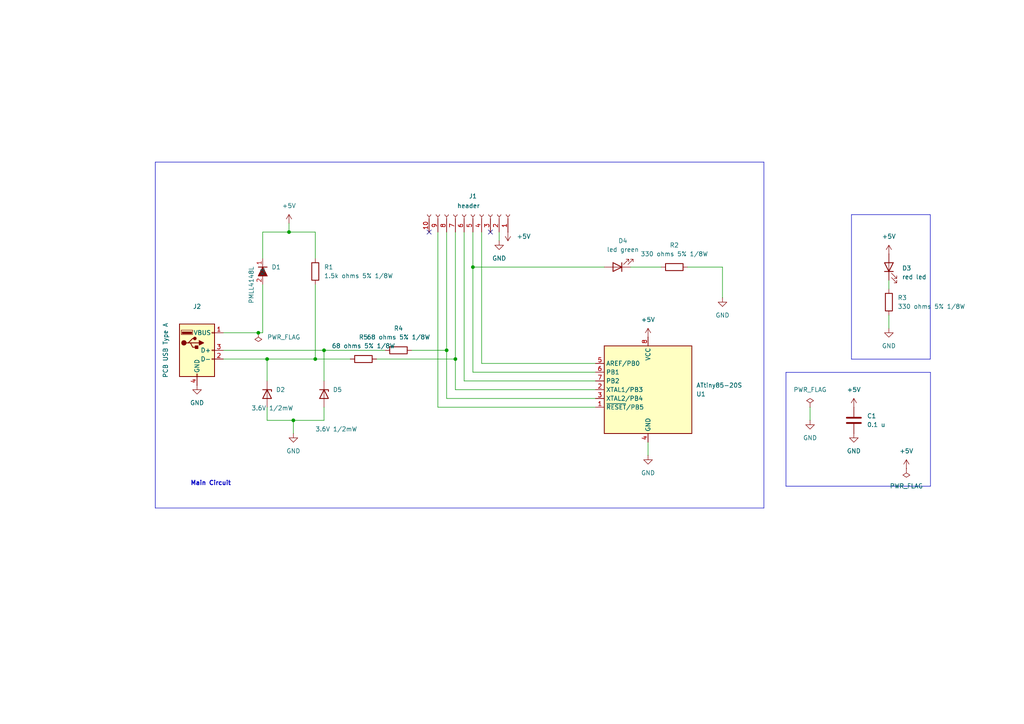
<source format=kicad_sch>
(kicad_sch
	(version 20231120)
	(generator "eeschema")
	(generator_version "8.0")
	(uuid "f2c20679-f28d-47ad-9191-2bfbde129570")
	(paper "A4")
	(title_block
		(date "2024-03-18")
		(rev "version Test2024")
		(company "UCC")
		(comment 1 "proyectoBase2024")
	)
	(lib_symbols
		(symbol "+5V_1"
			(power)
			(pin_names
				(offset 0)
			)
			(exclude_from_sim no)
			(in_bom yes)
			(on_board yes)
			(property "Reference" "#PWR"
				(at 0 -3.81 0)
				(effects
					(font
						(size 1.27 1.27)
					)
					(hide yes)
				)
			)
			(property "Value" "+5V_1"
				(at 0 3.556 0)
				(effects
					(font
						(size 1.27 1.27)
					)
				)
			)
			(property "Footprint" ""
				(at 0 0 0)
				(effects
					(font
						(size 1.27 1.27)
					)
					(hide yes)
				)
			)
			(property "Datasheet" ""
				(at 0 0 0)
				(effects
					(font
						(size 1.27 1.27)
					)
					(hide yes)
				)
			)
			(property "Description" "Power symbol creates a global label with name \"+5V\""
				(at 0 0 0)
				(effects
					(font
						(size 1.27 1.27)
					)
					(hide yes)
				)
			)
			(property "ki_keywords" "global power"
				(at 0 0 0)
				(effects
					(font
						(size 1.27 1.27)
					)
					(hide yes)
				)
			)
			(symbol "+5V_1_0_1"
				(polyline
					(pts
						(xy -0.762 1.27) (xy 0 2.54)
					)
					(stroke
						(width 0)
						(type default)
					)
					(fill
						(type none)
					)
				)
				(polyline
					(pts
						(xy 0 0) (xy 0 2.54)
					)
					(stroke
						(width 0)
						(type default)
					)
					(fill
						(type none)
					)
				)
				(polyline
					(pts
						(xy 0 2.54) (xy 0.762 1.27)
					)
					(stroke
						(width 0)
						(type default)
					)
					(fill
						(type none)
					)
				)
			)
			(symbol "+5V_1_1_1"
				(pin power_in line
					(at 0 0 90)
					(length 0) hide
					(name "+5V"
						(effects
							(font
								(size 1.27 1.27)
							)
						)
					)
					(number "1"
						(effects
							(font
								(size 1.27 1.27)
							)
						)
					)
				)
			)
		)
		(symbol "Connector:Conn_01x10_Socket"
			(pin_names
				(offset 1.016) hide)
			(exclude_from_sim no)
			(in_bom yes)
			(on_board yes)
			(property "Reference" "J"
				(at 0 12.7 0)
				(effects
					(font
						(size 1.27 1.27)
					)
				)
			)
			(property "Value" "Conn_01x10_Socket"
				(at 0 -15.24 0)
				(effects
					(font
						(size 1.27 1.27)
					)
				)
			)
			(property "Footprint" ""
				(at 0 0 0)
				(effects
					(font
						(size 1.27 1.27)
					)
					(hide yes)
				)
			)
			(property "Datasheet" "~"
				(at 0 0 0)
				(effects
					(font
						(size 1.27 1.27)
					)
					(hide yes)
				)
			)
			(property "Description" "Generic connector, single row, 01x10, script generated"
				(at 0 0 0)
				(effects
					(font
						(size 1.27 1.27)
					)
					(hide yes)
				)
			)
			(property "ki_locked" ""
				(at 0 0 0)
				(effects
					(font
						(size 1.27 1.27)
					)
				)
			)
			(property "ki_keywords" "connector"
				(at 0 0 0)
				(effects
					(font
						(size 1.27 1.27)
					)
					(hide yes)
				)
			)
			(property "ki_fp_filters" "Connector*:*_1x??_*"
				(at 0 0 0)
				(effects
					(font
						(size 1.27 1.27)
					)
					(hide yes)
				)
			)
			(symbol "Conn_01x10_Socket_1_1"
				(arc
					(start 0 -12.192)
					(mid -0.5058 -12.7)
					(end 0 -13.208)
					(stroke
						(width 0.1524)
						(type default)
					)
					(fill
						(type none)
					)
				)
				(arc
					(start 0 -9.652)
					(mid -0.5058 -10.16)
					(end 0 -10.668)
					(stroke
						(width 0.1524)
						(type default)
					)
					(fill
						(type none)
					)
				)
				(arc
					(start 0 -7.112)
					(mid -0.5058 -7.62)
					(end 0 -8.128)
					(stroke
						(width 0.1524)
						(type default)
					)
					(fill
						(type none)
					)
				)
				(arc
					(start 0 -4.572)
					(mid -0.5058 -5.08)
					(end 0 -5.588)
					(stroke
						(width 0.1524)
						(type default)
					)
					(fill
						(type none)
					)
				)
				(arc
					(start 0 -2.032)
					(mid -0.5058 -2.54)
					(end 0 -3.048)
					(stroke
						(width 0.1524)
						(type default)
					)
					(fill
						(type none)
					)
				)
				(polyline
					(pts
						(xy -1.27 -12.7) (xy -0.508 -12.7)
					)
					(stroke
						(width 0.1524)
						(type default)
					)
					(fill
						(type none)
					)
				)
				(polyline
					(pts
						(xy -1.27 -10.16) (xy -0.508 -10.16)
					)
					(stroke
						(width 0.1524)
						(type default)
					)
					(fill
						(type none)
					)
				)
				(polyline
					(pts
						(xy -1.27 -7.62) (xy -0.508 -7.62)
					)
					(stroke
						(width 0.1524)
						(type default)
					)
					(fill
						(type none)
					)
				)
				(polyline
					(pts
						(xy -1.27 -5.08) (xy -0.508 -5.08)
					)
					(stroke
						(width 0.1524)
						(type default)
					)
					(fill
						(type none)
					)
				)
				(polyline
					(pts
						(xy -1.27 -2.54) (xy -0.508 -2.54)
					)
					(stroke
						(width 0.1524)
						(type default)
					)
					(fill
						(type none)
					)
				)
				(polyline
					(pts
						(xy -1.27 0) (xy -0.508 0)
					)
					(stroke
						(width 0.1524)
						(type default)
					)
					(fill
						(type none)
					)
				)
				(polyline
					(pts
						(xy -1.27 2.54) (xy -0.508 2.54)
					)
					(stroke
						(width 0.1524)
						(type default)
					)
					(fill
						(type none)
					)
				)
				(polyline
					(pts
						(xy -1.27 5.08) (xy -0.508 5.08)
					)
					(stroke
						(width 0.1524)
						(type default)
					)
					(fill
						(type none)
					)
				)
				(polyline
					(pts
						(xy -1.27 7.62) (xy -0.508 7.62)
					)
					(stroke
						(width 0.1524)
						(type default)
					)
					(fill
						(type none)
					)
				)
				(polyline
					(pts
						(xy -1.27 10.16) (xy -0.508 10.16)
					)
					(stroke
						(width 0.1524)
						(type default)
					)
					(fill
						(type none)
					)
				)
				(arc
					(start 0 0.508)
					(mid -0.5058 0)
					(end 0 -0.508)
					(stroke
						(width 0.1524)
						(type default)
					)
					(fill
						(type none)
					)
				)
				(arc
					(start 0 3.048)
					(mid -0.5058 2.54)
					(end 0 2.032)
					(stroke
						(width 0.1524)
						(type default)
					)
					(fill
						(type none)
					)
				)
				(arc
					(start 0 5.588)
					(mid -0.5058 5.08)
					(end 0 4.572)
					(stroke
						(width 0.1524)
						(type default)
					)
					(fill
						(type none)
					)
				)
				(arc
					(start 0 8.128)
					(mid -0.5058 7.62)
					(end 0 7.112)
					(stroke
						(width 0.1524)
						(type default)
					)
					(fill
						(type none)
					)
				)
				(arc
					(start 0 10.668)
					(mid -0.5058 10.16)
					(end 0 9.652)
					(stroke
						(width 0.1524)
						(type default)
					)
					(fill
						(type none)
					)
				)
				(pin passive line
					(at -5.08 10.16 0)
					(length 3.81)
					(name "Pin_1"
						(effects
							(font
								(size 1.27 1.27)
							)
						)
					)
					(number "1"
						(effects
							(font
								(size 1.27 1.27)
							)
						)
					)
				)
				(pin passive line
					(at -5.08 -12.7 0)
					(length 3.81)
					(name "Pin_10"
						(effects
							(font
								(size 1.27 1.27)
							)
						)
					)
					(number "10"
						(effects
							(font
								(size 1.27 1.27)
							)
						)
					)
				)
				(pin passive line
					(at -5.08 7.62 0)
					(length 3.81)
					(name "Pin_2"
						(effects
							(font
								(size 1.27 1.27)
							)
						)
					)
					(number "2"
						(effects
							(font
								(size 1.27 1.27)
							)
						)
					)
				)
				(pin passive line
					(at -5.08 5.08 0)
					(length 3.81)
					(name "Pin_3"
						(effects
							(font
								(size 1.27 1.27)
							)
						)
					)
					(number "3"
						(effects
							(font
								(size 1.27 1.27)
							)
						)
					)
				)
				(pin passive line
					(at -5.08 2.54 0)
					(length 3.81)
					(name "Pin_4"
						(effects
							(font
								(size 1.27 1.27)
							)
						)
					)
					(number "4"
						(effects
							(font
								(size 1.27 1.27)
							)
						)
					)
				)
				(pin passive line
					(at -5.08 0 0)
					(length 3.81)
					(name "Pin_5"
						(effects
							(font
								(size 1.27 1.27)
							)
						)
					)
					(number "5"
						(effects
							(font
								(size 1.27 1.27)
							)
						)
					)
				)
				(pin passive line
					(at -5.08 -2.54 0)
					(length 3.81)
					(name "Pin_6"
						(effects
							(font
								(size 1.27 1.27)
							)
						)
					)
					(number "6"
						(effects
							(font
								(size 1.27 1.27)
							)
						)
					)
				)
				(pin passive line
					(at -5.08 -5.08 0)
					(length 3.81)
					(name "Pin_7"
						(effects
							(font
								(size 1.27 1.27)
							)
						)
					)
					(number "7"
						(effects
							(font
								(size 1.27 1.27)
							)
						)
					)
				)
				(pin passive line
					(at -5.08 -7.62 0)
					(length 3.81)
					(name "Pin_8"
						(effects
							(font
								(size 1.27 1.27)
							)
						)
					)
					(number "8"
						(effects
							(font
								(size 1.27 1.27)
							)
						)
					)
				)
				(pin passive line
					(at -5.08 -10.16 0)
					(length 3.81)
					(name "Pin_9"
						(effects
							(font
								(size 1.27 1.27)
							)
						)
					)
					(number "9"
						(effects
							(font
								(size 1.27 1.27)
							)
						)
					)
				)
			)
		)
		(symbol "Connector:USB_A"
			(pin_names
				(offset 1.016)
			)
			(exclude_from_sim no)
			(in_bom yes)
			(on_board yes)
			(property "Reference" "J2"
				(at 0 12.7 0)
				(effects
					(font
						(size 1.27 1.27)
					)
				)
			)
			(property "Value" "USB_A"
				(at 0 10.16 0)
				(effects
					(font
						(size 1.27 1.27)
					)
				)
			)
			(property "Footprint" ""
				(at 3.81 -1.27 0)
				(effects
					(font
						(size 1.27 1.27)
					)
					(hide yes)
				)
			)
			(property "Datasheet" " ~"
				(at 3.81 -1.27 0)
				(effects
					(font
						(size 1.27 1.27)
					)
					(hide yes)
				)
			)
			(property "Description" "USB Type A connector"
				(at 0 0 0)
				(effects
					(font
						(size 1.27 1.27)
					)
					(hide yes)
				)
			)
			(property "ki_keywords" "connector USB"
				(at 0 0 0)
				(effects
					(font
						(size 1.27 1.27)
					)
					(hide yes)
				)
			)
			(property "ki_fp_filters" "USB*"
				(at 0 0 0)
				(effects
					(font
						(size 1.27 1.27)
					)
					(hide yes)
				)
			)
			(symbol "USB_A_0_1"
				(rectangle
					(start -5.08 -7.62)
					(end 5.08 7.62)
					(stroke
						(width 0.254)
						(type default)
					)
					(fill
						(type background)
					)
				)
				(circle
					(center -3.81 2.159)
					(radius 0.635)
					(stroke
						(width 0.254)
						(type default)
					)
					(fill
						(type outline)
					)
				)
				(rectangle
					(start -1.524 4.826)
					(end -4.318 5.334)
					(stroke
						(width 0)
						(type default)
					)
					(fill
						(type outline)
					)
				)
				(rectangle
					(start -1.27 4.572)
					(end -4.572 5.842)
					(stroke
						(width 0)
						(type default)
					)
					(fill
						(type none)
					)
				)
				(circle
					(center -0.635 3.429)
					(radius 0.381)
					(stroke
						(width 0.254)
						(type default)
					)
					(fill
						(type outline)
					)
				)
				(rectangle
					(start -0.127 -7.62)
					(end 0.127 -6.858)
					(stroke
						(width 0)
						(type default)
					)
					(fill
						(type none)
					)
				)
				(polyline
					(pts
						(xy -3.175 2.159) (xy -2.54 2.159) (xy -1.27 3.429) (xy -0.635 3.429)
					)
					(stroke
						(width 0.254)
						(type default)
					)
					(fill
						(type none)
					)
				)
				(polyline
					(pts
						(xy -2.54 2.159) (xy -1.905 2.159) (xy -1.27 0.889) (xy 0 0.889)
					)
					(stroke
						(width 0.254)
						(type default)
					)
					(fill
						(type none)
					)
				)
				(polyline
					(pts
						(xy 0.635 2.794) (xy 0.635 1.524) (xy 1.905 2.159) (xy 0.635 2.794)
					)
					(stroke
						(width 0.254)
						(type default)
					)
					(fill
						(type outline)
					)
				)
				(rectangle
					(start 0.254 1.27)
					(end -0.508 0.508)
					(stroke
						(width 0.254)
						(type default)
					)
					(fill
						(type outline)
					)
				)
				(rectangle
					(start 5.08 -2.667)
					(end 4.318 -2.413)
					(stroke
						(width 0)
						(type default)
					)
					(fill
						(type none)
					)
				)
				(rectangle
					(start 5.08 -0.127)
					(end 4.318 0.127)
					(stroke
						(width 0)
						(type default)
					)
					(fill
						(type none)
					)
				)
				(rectangle
					(start 5.08 4.953)
					(end 4.318 5.207)
					(stroke
						(width 0)
						(type default)
					)
					(fill
						(type none)
					)
				)
			)
			(symbol "USB_A_1_1"
				(polyline
					(pts
						(xy -1.905 2.159) (xy 0.635 2.159)
					)
					(stroke
						(width 0.254)
						(type default)
					)
					(fill
						(type none)
					)
				)
				(pin power_in line
					(at 7.62 5.08 180)
					(length 2.54)
					(name "VBUS"
						(effects
							(font
								(size 1.27 1.27)
							)
						)
					)
					(number "1"
						(effects
							(font
								(size 1.27 1.27)
							)
						)
					)
				)
				(pin bidirectional line
					(at 7.62 -2.54 180)
					(length 2.54)
					(name "D-"
						(effects
							(font
								(size 1.27 1.27)
							)
						)
					)
					(number "2"
						(effects
							(font
								(size 1.27 1.27)
							)
						)
					)
				)
				(pin bidirectional line
					(at 7.62 0 180)
					(length 2.54)
					(name "D+"
						(effects
							(font
								(size 1.27 1.27)
							)
						)
					)
					(number "3"
						(effects
							(font
								(size 1.27 1.27)
							)
						)
					)
				)
				(pin power_in line
					(at 0 -10.16 90)
					(length 2.54)
					(name "GND"
						(effects
							(font
								(size 1.27 1.27)
							)
						)
					)
					(number "4"
						(effects
							(font
								(size 1.27 1.27)
							)
						)
					)
				)
			)
		)
		(symbol "D_Filled_1"
			(pin_names
				(offset 1.016)
			)
			(exclude_from_sim no)
			(in_bom yes)
			(on_board yes)
			(property "Reference" "D"
				(at 0 2.54 0)
				(effects
					(font
						(size 1.27 1.27)
					)
				)
			)
			(property "Value" "D_Filled"
				(at 0 -2.54 0)
				(effects
					(font
						(size 1.27 1.27)
					)
				)
			)
			(property "Footprint" ""
				(at 0 0 0)
				(effects
					(font
						(size 1.27 1.27)
					)
					(hide yes)
				)
			)
			(property "Datasheet" "~"
				(at 0 0 0)
				(effects
					(font
						(size 1.27 1.27)
					)
					(hide yes)
				)
			)
			(property "Description" "Diode, filled shape"
				(at 0 0 0)
				(effects
					(font
						(size 1.27 1.27)
					)
					(hide yes)
				)
			)
			(property "Sim.Device" "D"
				(at 0 0 0)
				(effects
					(font
						(size 1.27 1.27)
					)
					(hide yes)
				)
			)
			(property "Sim.Pins" "1=K 2=A"
				(at 0 0 0)
				(effects
					(font
						(size 1.27 1.27)
					)
					(hide yes)
				)
			)
			(property "ki_keywords" "diode"
				(at 0 0 0)
				(effects
					(font
						(size 1.27 1.27)
					)
					(hide yes)
				)
			)
			(property "ki_fp_filters" "TO-???* *_Diode_* *SingleDiode* D_*"
				(at 0 0 0)
				(effects
					(font
						(size 1.27 1.27)
					)
					(hide yes)
				)
			)
			(symbol "D_Filled_1_0_1"
				(polyline
					(pts
						(xy -1.27 1.27) (xy -1.27 -1.27)
					)
					(stroke
						(width 0.254)
						(type default)
					)
					(fill
						(type none)
					)
				)
				(polyline
					(pts
						(xy 1.27 0) (xy -1.27 0)
					)
					(stroke
						(width 0)
						(type default)
					)
					(fill
						(type none)
					)
				)
				(polyline
					(pts
						(xy 1.27 1.27) (xy 1.27 -1.27) (xy -1.27 0) (xy 1.27 1.27)
					)
					(stroke
						(width 0.254)
						(type default)
					)
					(fill
						(type outline)
					)
				)
			)
			(symbol "D_Filled_1_1_1"
				(pin passive line
					(at -3.81 0 0)
					(length 2.54)
					(name "K"
						(effects
							(font
								(size 1.27 1.27)
							)
						)
					)
					(number "1"
						(effects
							(font
								(size 1.27 1.27)
							)
						)
					)
				)
				(pin passive line
					(at 3.81 0 180)
					(length 2.54)
					(name "A"
						(effects
							(font
								(size 1.27 1.27)
							)
						)
					)
					(number "2"
						(effects
							(font
								(size 1.27 1.27)
							)
						)
					)
				)
			)
		)
		(symbol "Device:C"
			(pin_numbers hide)
			(pin_names
				(offset 0.254)
			)
			(exclude_from_sim no)
			(in_bom yes)
			(on_board yes)
			(property "Reference" "C"
				(at 0.635 2.54 0)
				(effects
					(font
						(size 1.27 1.27)
					)
					(justify left)
				)
			)
			(property "Value" "C"
				(at 0.635 -2.54 0)
				(effects
					(font
						(size 1.27 1.27)
					)
					(justify left)
				)
			)
			(property "Footprint" ""
				(at 0.9652 -3.81 0)
				(effects
					(font
						(size 1.27 1.27)
					)
					(hide yes)
				)
			)
			(property "Datasheet" "~"
				(at 0 0 0)
				(effects
					(font
						(size 1.27 1.27)
					)
					(hide yes)
				)
			)
			(property "Description" "Unpolarized capacitor"
				(at 0 0 0)
				(effects
					(font
						(size 1.27 1.27)
					)
					(hide yes)
				)
			)
			(property "ki_keywords" "cap capacitor"
				(at 0 0 0)
				(effects
					(font
						(size 1.27 1.27)
					)
					(hide yes)
				)
			)
			(property "ki_fp_filters" "C_*"
				(at 0 0 0)
				(effects
					(font
						(size 1.27 1.27)
					)
					(hide yes)
				)
			)
			(symbol "C_0_1"
				(polyline
					(pts
						(xy -2.032 -0.762) (xy 2.032 -0.762)
					)
					(stroke
						(width 0.508)
						(type default)
					)
					(fill
						(type none)
					)
				)
				(polyline
					(pts
						(xy -2.032 0.762) (xy 2.032 0.762)
					)
					(stroke
						(width 0.508)
						(type default)
					)
					(fill
						(type none)
					)
				)
			)
			(symbol "C_1_1"
				(pin passive line
					(at 0 3.81 270)
					(length 2.794)
					(name "~"
						(effects
							(font
								(size 1.27 1.27)
							)
						)
					)
					(number "1"
						(effects
							(font
								(size 1.27 1.27)
							)
						)
					)
				)
				(pin passive line
					(at 0 -3.81 90)
					(length 2.794)
					(name "~"
						(effects
							(font
								(size 1.27 1.27)
							)
						)
					)
					(number "2"
						(effects
							(font
								(size 1.27 1.27)
							)
						)
					)
				)
			)
		)
		(symbol "Device:D_Zener"
			(pin_numbers hide)
			(pin_names
				(offset 1.016) hide)
			(exclude_from_sim no)
			(in_bom yes)
			(on_board yes)
			(property "Reference" "D"
				(at 0 2.54 0)
				(effects
					(font
						(size 1.27 1.27)
					)
				)
			)
			(property "Value" "D_Zener"
				(at 0 -2.54 0)
				(effects
					(font
						(size 1.27 1.27)
					)
				)
			)
			(property "Footprint" ""
				(at 0 0 0)
				(effects
					(font
						(size 1.27 1.27)
					)
					(hide yes)
				)
			)
			(property "Datasheet" "~"
				(at 0 0 0)
				(effects
					(font
						(size 1.27 1.27)
					)
					(hide yes)
				)
			)
			(property "Description" "Zener diode"
				(at 0 0 0)
				(effects
					(font
						(size 1.27 1.27)
					)
					(hide yes)
				)
			)
			(property "ki_keywords" "diode"
				(at 0 0 0)
				(effects
					(font
						(size 1.27 1.27)
					)
					(hide yes)
				)
			)
			(property "ki_fp_filters" "TO-???* *_Diode_* *SingleDiode* D_*"
				(at 0 0 0)
				(effects
					(font
						(size 1.27 1.27)
					)
					(hide yes)
				)
			)
			(symbol "D_Zener_0_1"
				(polyline
					(pts
						(xy 1.27 0) (xy -1.27 0)
					)
					(stroke
						(width 0)
						(type default)
					)
					(fill
						(type none)
					)
				)
				(polyline
					(pts
						(xy -1.27 -1.27) (xy -1.27 1.27) (xy -0.762 1.27)
					)
					(stroke
						(width 0.254)
						(type default)
					)
					(fill
						(type none)
					)
				)
				(polyline
					(pts
						(xy 1.27 -1.27) (xy 1.27 1.27) (xy -1.27 0) (xy 1.27 -1.27)
					)
					(stroke
						(width 0.254)
						(type default)
					)
					(fill
						(type none)
					)
				)
			)
			(symbol "D_Zener_1_1"
				(pin passive line
					(at -3.81 0 0)
					(length 2.54)
					(name "K"
						(effects
							(font
								(size 1.27 1.27)
							)
						)
					)
					(number "1"
						(effects
							(font
								(size 1.27 1.27)
							)
						)
					)
				)
				(pin passive line
					(at 3.81 0 180)
					(length 2.54)
					(name "A"
						(effects
							(font
								(size 1.27 1.27)
							)
						)
					)
					(number "2"
						(effects
							(font
								(size 1.27 1.27)
							)
						)
					)
				)
			)
		)
		(symbol "Device:LED"
			(pin_numbers hide)
			(pin_names
				(offset 1.016) hide)
			(exclude_from_sim no)
			(in_bom yes)
			(on_board yes)
			(property "Reference" "D"
				(at 0 2.54 0)
				(effects
					(font
						(size 1.27 1.27)
					)
				)
			)
			(property "Value" "LED"
				(at 0 -2.54 0)
				(effects
					(font
						(size 1.27 1.27)
					)
				)
			)
			(property "Footprint" ""
				(at 0 0 0)
				(effects
					(font
						(size 1.27 1.27)
					)
					(hide yes)
				)
			)
			(property "Datasheet" "~"
				(at 0 0 0)
				(effects
					(font
						(size 1.27 1.27)
					)
					(hide yes)
				)
			)
			(property "Description" "Light emitting diode"
				(at 0 0 0)
				(effects
					(font
						(size 1.27 1.27)
					)
					(hide yes)
				)
			)
			(property "ki_keywords" "LED diode"
				(at 0 0 0)
				(effects
					(font
						(size 1.27 1.27)
					)
					(hide yes)
				)
			)
			(property "ki_fp_filters" "LED* LED_SMD:* LED_THT:*"
				(at 0 0 0)
				(effects
					(font
						(size 1.27 1.27)
					)
					(hide yes)
				)
			)
			(symbol "LED_0_1"
				(polyline
					(pts
						(xy -1.27 -1.27) (xy -1.27 1.27)
					)
					(stroke
						(width 0.254)
						(type default)
					)
					(fill
						(type none)
					)
				)
				(polyline
					(pts
						(xy -1.27 0) (xy 1.27 0)
					)
					(stroke
						(width 0)
						(type default)
					)
					(fill
						(type none)
					)
				)
				(polyline
					(pts
						(xy 1.27 -1.27) (xy 1.27 1.27) (xy -1.27 0) (xy 1.27 -1.27)
					)
					(stroke
						(width 0.254)
						(type default)
					)
					(fill
						(type none)
					)
				)
				(polyline
					(pts
						(xy -3.048 -0.762) (xy -4.572 -2.286) (xy -3.81 -2.286) (xy -4.572 -2.286) (xy -4.572 -1.524)
					)
					(stroke
						(width 0)
						(type default)
					)
					(fill
						(type none)
					)
				)
				(polyline
					(pts
						(xy -1.778 -0.762) (xy -3.302 -2.286) (xy -2.54 -2.286) (xy -3.302 -2.286) (xy -3.302 -1.524)
					)
					(stroke
						(width 0)
						(type default)
					)
					(fill
						(type none)
					)
				)
			)
			(symbol "LED_1_1"
				(pin passive line
					(at -3.81 0 0)
					(length 2.54)
					(name "K"
						(effects
							(font
								(size 1.27 1.27)
							)
						)
					)
					(number "1"
						(effects
							(font
								(size 1.27 1.27)
							)
						)
					)
				)
				(pin passive line
					(at 3.81 0 180)
					(length 2.54)
					(name "A"
						(effects
							(font
								(size 1.27 1.27)
							)
						)
					)
					(number "2"
						(effects
							(font
								(size 1.27 1.27)
							)
						)
					)
				)
			)
		)
		(symbol "Device:R"
			(pin_numbers hide)
			(pin_names
				(offset 0)
			)
			(exclude_from_sim no)
			(in_bom yes)
			(on_board yes)
			(property "Reference" "R"
				(at 2.032 0 90)
				(effects
					(font
						(size 1.27 1.27)
					)
				)
			)
			(property "Value" "R"
				(at 0 0 90)
				(effects
					(font
						(size 1.27 1.27)
					)
				)
			)
			(property "Footprint" ""
				(at -1.778 0 90)
				(effects
					(font
						(size 1.27 1.27)
					)
					(hide yes)
				)
			)
			(property "Datasheet" "~"
				(at 0 0 0)
				(effects
					(font
						(size 1.27 1.27)
					)
					(hide yes)
				)
			)
			(property "Description" "Resistor"
				(at 0 0 0)
				(effects
					(font
						(size 1.27 1.27)
					)
					(hide yes)
				)
			)
			(property "ki_keywords" "R res resistor"
				(at 0 0 0)
				(effects
					(font
						(size 1.27 1.27)
					)
					(hide yes)
				)
			)
			(property "ki_fp_filters" "R_*"
				(at 0 0 0)
				(effects
					(font
						(size 1.27 1.27)
					)
					(hide yes)
				)
			)
			(symbol "R_0_1"
				(rectangle
					(start -1.016 -2.54)
					(end 1.016 2.54)
					(stroke
						(width 0.254)
						(type default)
					)
					(fill
						(type none)
					)
				)
			)
			(symbol "R_1_1"
				(pin passive line
					(at 0 3.81 270)
					(length 1.27)
					(name "~"
						(effects
							(font
								(size 1.27 1.27)
							)
						)
					)
					(number "1"
						(effects
							(font
								(size 1.27 1.27)
							)
						)
					)
				)
				(pin passive line
					(at 0 -3.81 90)
					(length 1.27)
					(name "~"
						(effects
							(font
								(size 1.27 1.27)
							)
						)
					)
					(number "2"
						(effects
							(font
								(size 1.27 1.27)
							)
						)
					)
				)
			)
		)
		(symbol "GND_1"
			(power)
			(pin_names
				(offset 0)
			)
			(exclude_from_sim no)
			(in_bom yes)
			(on_board yes)
			(property "Reference" "#PWR"
				(at 0 -6.35 0)
				(effects
					(font
						(size 1.27 1.27)
					)
					(hide yes)
				)
			)
			(property "Value" "GND_1"
				(at 0 -3.81 0)
				(effects
					(font
						(size 1.27 1.27)
					)
				)
			)
			(property "Footprint" ""
				(at 0 0 0)
				(effects
					(font
						(size 1.27 1.27)
					)
					(hide yes)
				)
			)
			(property "Datasheet" ""
				(at 0 0 0)
				(effects
					(font
						(size 1.27 1.27)
					)
					(hide yes)
				)
			)
			(property "Description" "Power symbol creates a global label with name \"GND\" , ground"
				(at 0 0 0)
				(effects
					(font
						(size 1.27 1.27)
					)
					(hide yes)
				)
			)
			(property "ki_keywords" "global power"
				(at 0 0 0)
				(effects
					(font
						(size 1.27 1.27)
					)
					(hide yes)
				)
			)
			(symbol "GND_1_0_1"
				(polyline
					(pts
						(xy 0 0) (xy 0 -1.27) (xy 1.27 -1.27) (xy 0 -2.54) (xy -1.27 -1.27) (xy 0 -1.27)
					)
					(stroke
						(width 0)
						(type default)
					)
					(fill
						(type none)
					)
				)
			)
			(symbol "GND_1_1_1"
				(pin power_in line
					(at 0 0 270)
					(length 0) hide
					(name "GND"
						(effects
							(font
								(size 1.27 1.27)
							)
						)
					)
					(number "1"
						(effects
							(font
								(size 1.27 1.27)
							)
						)
					)
				)
			)
		)
		(symbol "MCU_Microchip_ATtiny:ATtiny85-20S"
			(exclude_from_sim no)
			(in_bom yes)
			(on_board yes)
			(property "Reference" "U"
				(at -12.7 13.97 0)
				(effects
					(font
						(size 1.27 1.27)
					)
					(justify left bottom)
				)
			)
			(property "Value" "ATtiny85-20S"
				(at 2.54 -13.97 0)
				(effects
					(font
						(size 1.27 1.27)
					)
					(justify left top)
				)
			)
			(property "Footprint" "Package_SO:SOIC-8W_5.3x5.3mm_P1.27mm"
				(at 0 0 0)
				(effects
					(font
						(size 1.27 1.27)
						(italic yes)
					)
					(hide yes)
				)
			)
			(property "Datasheet" "http://ww1.microchip.com/downloads/en/DeviceDoc/atmel-2586-avr-8-bit-microcontroller-attiny25-attiny45-attiny85_datasheet.pdf"
				(at 0 0 0)
				(effects
					(font
						(size 1.27 1.27)
					)
					(hide yes)
				)
			)
			(property "Description" "20MHz, 8kB Flash, 512B SRAM, 512B EEPROM, debugWIRE, SOIC-8W"
				(at 0 0 0)
				(effects
					(font
						(size 1.27 1.27)
					)
					(hide yes)
				)
			)
			(property "ki_keywords" "AVR 8bit Microcontroller tinyAVR"
				(at 0 0 0)
				(effects
					(font
						(size 1.27 1.27)
					)
					(hide yes)
				)
			)
			(property "ki_fp_filters" "SOIC*5.3x5.3mm*P1.27mm*"
				(at 0 0 0)
				(effects
					(font
						(size 1.27 1.27)
					)
					(hide yes)
				)
			)
			(symbol "ATtiny85-20S_0_1"
				(rectangle
					(start -12.7 -12.7)
					(end 12.7 12.7)
					(stroke
						(width 0.254)
						(type default)
					)
					(fill
						(type background)
					)
				)
			)
			(symbol "ATtiny85-20S_1_1"
				(pin bidirectional line
					(at 15.24 -5.08 180)
					(length 2.54)
					(name "~{RESET}/PB5"
						(effects
							(font
								(size 1.27 1.27)
							)
						)
					)
					(number "1"
						(effects
							(font
								(size 1.27 1.27)
							)
						)
					)
				)
				(pin bidirectional line
					(at 15.24 0 180)
					(length 2.54)
					(name "XTAL1/PB3"
						(effects
							(font
								(size 1.27 1.27)
							)
						)
					)
					(number "2"
						(effects
							(font
								(size 1.27 1.27)
							)
						)
					)
				)
				(pin bidirectional line
					(at 15.24 -2.54 180)
					(length 2.54)
					(name "XTAL2/PB4"
						(effects
							(font
								(size 1.27 1.27)
							)
						)
					)
					(number "3"
						(effects
							(font
								(size 1.27 1.27)
							)
						)
					)
				)
				(pin power_in line
					(at 0 -15.24 90)
					(length 2.54)
					(name "GND"
						(effects
							(font
								(size 1.27 1.27)
							)
						)
					)
					(number "4"
						(effects
							(font
								(size 1.27 1.27)
							)
						)
					)
				)
				(pin bidirectional line
					(at 15.24 7.62 180)
					(length 2.54)
					(name "AREF/PB0"
						(effects
							(font
								(size 1.27 1.27)
							)
						)
					)
					(number "5"
						(effects
							(font
								(size 1.27 1.27)
							)
						)
					)
				)
				(pin bidirectional line
					(at 15.24 5.08 180)
					(length 2.54)
					(name "PB1"
						(effects
							(font
								(size 1.27 1.27)
							)
						)
					)
					(number "6"
						(effects
							(font
								(size 1.27 1.27)
							)
						)
					)
				)
				(pin bidirectional line
					(at 15.24 2.54 180)
					(length 2.54)
					(name "PB2"
						(effects
							(font
								(size 1.27 1.27)
							)
						)
					)
					(number "7"
						(effects
							(font
								(size 1.27 1.27)
							)
						)
					)
				)
				(pin power_in line
					(at 0 15.24 270)
					(length 2.54)
					(name "VCC"
						(effects
							(font
								(size 1.27 1.27)
							)
						)
					)
					(number "8"
						(effects
							(font
								(size 1.27 1.27)
							)
						)
					)
				)
			)
		)
		(symbol "PWR_FLAG_1"
			(power)
			(pin_numbers hide)
			(pin_names
				(offset 0) hide)
			(exclude_from_sim no)
			(in_bom yes)
			(on_board yes)
			(property "Reference" "#FLG"
				(at 0 1.905 0)
				(effects
					(font
						(size 1.27 1.27)
					)
					(hide yes)
				)
			)
			(property "Value" "PWR_FLAG_1"
				(at 0 3.81 0)
				(effects
					(font
						(size 1.27 1.27)
					)
				)
			)
			(property "Footprint" ""
				(at 0 0 0)
				(effects
					(font
						(size 1.27 1.27)
					)
					(hide yes)
				)
			)
			(property "Datasheet" "~"
				(at 0 0 0)
				(effects
					(font
						(size 1.27 1.27)
					)
					(hide yes)
				)
			)
			(property "Description" "Special symbol for telling ERC where power comes from"
				(at 0 0 0)
				(effects
					(font
						(size 1.27 1.27)
					)
					(hide yes)
				)
			)
			(property "ki_keywords" "flag power"
				(at 0 0 0)
				(effects
					(font
						(size 1.27 1.27)
					)
					(hide yes)
				)
			)
			(symbol "PWR_FLAG_1_0_0"
				(pin power_out line
					(at 0 0 90)
					(length 0)
					(name "pwr"
						(effects
							(font
								(size 1.27 1.27)
							)
						)
					)
					(number "1"
						(effects
							(font
								(size 1.27 1.27)
							)
						)
					)
				)
			)
			(symbol "PWR_FLAG_1_0_1"
				(polyline
					(pts
						(xy 0 0) (xy 0 1.27) (xy -1.016 1.905) (xy 0 2.54) (xy 1.016 1.905) (xy 0 1.27)
					)
					(stroke
						(width 0)
						(type default)
					)
					(fill
						(type none)
					)
				)
			)
		)
		(symbol "R_1"
			(pin_numbers hide)
			(pin_names
				(offset 0) hide)
			(exclude_from_sim no)
			(in_bom yes)
			(on_board yes)
			(property "Reference" "R"
				(at 2.032 0 90)
				(effects
					(font
						(size 1.27 1.27)
					)
				)
			)
			(property "Value" "R"
				(at 0 0 90)
				(effects
					(font
						(size 1.27 1.27)
					)
				)
			)
			(property "Footprint" ""
				(at -1.778 0 90)
				(effects
					(font
						(size 1.27 1.27)
					)
					(hide yes)
				)
			)
			(property "Datasheet" "~"
				(at 0 0 0)
				(effects
					(font
						(size 1.27 1.27)
					)
					(hide yes)
				)
			)
			(property "Description" "Resistor"
				(at 0 0 0)
				(effects
					(font
						(size 1.27 1.27)
					)
					(hide yes)
				)
			)
			(property "ki_keywords" "R res resistor"
				(at 0 0 0)
				(effects
					(font
						(size 1.27 1.27)
					)
					(hide yes)
				)
			)
			(property "ki_fp_filters" "R_*"
				(at 0 0 0)
				(effects
					(font
						(size 1.27 1.27)
					)
					(hide yes)
				)
			)
			(symbol "R_1_0_1"
				(rectangle
					(start -1.016 -2.54)
					(end 1.016 2.54)
					(stroke
						(width 0.254)
						(type default)
					)
					(fill
						(type none)
					)
				)
			)
			(symbol "R_1_1_1"
				(pin passive line
					(at 0 3.81 270)
					(length 1.27)
					(name "~"
						(effects
							(font
								(size 1.27 1.27)
							)
						)
					)
					(number "1"
						(effects
							(font
								(size 1.27 1.27)
							)
						)
					)
				)
				(pin passive line
					(at 0 -3.81 90)
					(length 1.27)
					(name "~"
						(effects
							(font
								(size 1.27 1.27)
							)
						)
					)
					(number "2"
						(effects
							(font
								(size 1.27 1.27)
							)
						)
					)
				)
			)
		)
		(symbol "power:+5V"
			(power)
			(pin_numbers hide)
			(pin_names
				(offset 0) hide)
			(exclude_from_sim no)
			(in_bom yes)
			(on_board yes)
			(property "Reference" "#PWR"
				(at 0 -3.81 0)
				(effects
					(font
						(size 1.27 1.27)
					)
					(hide yes)
				)
			)
			(property "Value" "+5V"
				(at 0 3.556 0)
				(effects
					(font
						(size 1.27 1.27)
					)
				)
			)
			(property "Footprint" ""
				(at 0 0 0)
				(effects
					(font
						(size 1.27 1.27)
					)
					(hide yes)
				)
			)
			(property "Datasheet" ""
				(at 0 0 0)
				(effects
					(font
						(size 1.27 1.27)
					)
					(hide yes)
				)
			)
			(property "Description" "Power symbol creates a global label with name \"+5V\""
				(at 0 0 0)
				(effects
					(font
						(size 1.27 1.27)
					)
					(hide yes)
				)
			)
			(property "ki_keywords" "global power"
				(at 0 0 0)
				(effects
					(font
						(size 1.27 1.27)
					)
					(hide yes)
				)
			)
			(symbol "+5V_0_1"
				(polyline
					(pts
						(xy -0.762 1.27) (xy 0 2.54)
					)
					(stroke
						(width 0)
						(type default)
					)
					(fill
						(type none)
					)
				)
				(polyline
					(pts
						(xy 0 0) (xy 0 2.54)
					)
					(stroke
						(width 0)
						(type default)
					)
					(fill
						(type none)
					)
				)
				(polyline
					(pts
						(xy 0 2.54) (xy 0.762 1.27)
					)
					(stroke
						(width 0)
						(type default)
					)
					(fill
						(type none)
					)
				)
			)
			(symbol "+5V_1_1"
				(pin power_in line
					(at 0 0 90)
					(length 0)
					(name "~"
						(effects
							(font
								(size 1.27 1.27)
							)
						)
					)
					(number "1"
						(effects
							(font
								(size 1.27 1.27)
							)
						)
					)
				)
			)
		)
		(symbol "power:GND"
			(power)
			(pin_numbers hide)
			(pin_names
				(offset 0) hide)
			(exclude_from_sim no)
			(in_bom yes)
			(on_board yes)
			(property "Reference" "#PWR"
				(at 0 -6.35 0)
				(effects
					(font
						(size 1.27 1.27)
					)
					(hide yes)
				)
			)
			(property "Value" "GND"
				(at 0 -3.81 0)
				(effects
					(font
						(size 1.27 1.27)
					)
				)
			)
			(property "Footprint" ""
				(at 0 0 0)
				(effects
					(font
						(size 1.27 1.27)
					)
					(hide yes)
				)
			)
			(property "Datasheet" ""
				(at 0 0 0)
				(effects
					(font
						(size 1.27 1.27)
					)
					(hide yes)
				)
			)
			(property "Description" "Power symbol creates a global label with name \"GND\" , ground"
				(at 0 0 0)
				(effects
					(font
						(size 1.27 1.27)
					)
					(hide yes)
				)
			)
			(property "ki_keywords" "global power"
				(at 0 0 0)
				(effects
					(font
						(size 1.27 1.27)
					)
					(hide yes)
				)
			)
			(symbol "GND_0_1"
				(polyline
					(pts
						(xy 0 0) (xy 0 -1.27) (xy 1.27 -1.27) (xy 0 -2.54) (xy -1.27 -1.27) (xy 0 -1.27)
					)
					(stroke
						(width 0)
						(type default)
					)
					(fill
						(type none)
					)
				)
			)
			(symbol "GND_1_1"
				(pin power_in line
					(at 0 0 270)
					(length 0)
					(name "~"
						(effects
							(font
								(size 1.27 1.27)
							)
						)
					)
					(number "1"
						(effects
							(font
								(size 1.27 1.27)
							)
						)
					)
				)
			)
		)
		(symbol "power:PWR_FLAG"
			(power)
			(pin_numbers hide)
			(pin_names
				(offset 0) hide)
			(exclude_from_sim no)
			(in_bom yes)
			(on_board yes)
			(property "Reference" "#FLG"
				(at 0 1.905 0)
				(effects
					(font
						(size 1.27 1.27)
					)
					(hide yes)
				)
			)
			(property "Value" "PWR_FLAG"
				(at 0 3.81 0)
				(effects
					(font
						(size 1.27 1.27)
					)
				)
			)
			(property "Footprint" ""
				(at 0 0 0)
				(effects
					(font
						(size 1.27 1.27)
					)
					(hide yes)
				)
			)
			(property "Datasheet" "~"
				(at 0 0 0)
				(effects
					(font
						(size 1.27 1.27)
					)
					(hide yes)
				)
			)
			(property "Description" "Special symbol for telling ERC where power comes from"
				(at 0 0 0)
				(effects
					(font
						(size 1.27 1.27)
					)
					(hide yes)
				)
			)
			(property "ki_keywords" "flag power"
				(at 0 0 0)
				(effects
					(font
						(size 1.27 1.27)
					)
					(hide yes)
				)
			)
			(symbol "PWR_FLAG_0_0"
				(pin power_out line
					(at 0 0 90)
					(length 0)
					(name "~"
						(effects
							(font
								(size 1.27 1.27)
							)
						)
					)
					(number "1"
						(effects
							(font
								(size 1.27 1.27)
							)
						)
					)
				)
			)
			(symbol "PWR_FLAG_0_1"
				(polyline
					(pts
						(xy 0 0) (xy 0 1.27) (xy -1.016 1.905) (xy 0 2.54) (xy 1.016 1.905) (xy 0 1.27)
					)
					(stroke
						(width 0)
						(type default)
					)
					(fill
						(type none)
					)
				)
			)
		)
	)
	(junction
		(at 85.09 121.92)
		(diameter 0)
		(color 0 0 0 0)
		(uuid "1738be35-f128-40be-942d-dbccf132f2ea")
	)
	(junction
		(at 93.98 101.6)
		(diameter 0)
		(color 0 0 0 0)
		(uuid "292f4601-8e0a-4ef1-a4d9-ae6b8b3a7041")
	)
	(junction
		(at 77.47 104.14)
		(diameter 0)
		(color 0 0 0 0)
		(uuid "3693642d-57ba-495f-80a7-b2eddb4f1f19")
	)
	(junction
		(at 132.08 104.14)
		(diameter 0)
		(color 0 0 0 0)
		(uuid "3fa77744-81ed-48d0-9d73-50866f7c7779")
	)
	(junction
		(at 83.82 67.31)
		(diameter 0)
		(color 0 0 0 0)
		(uuid "45e23898-725d-4312-9589-842bbc39b85b")
	)
	(junction
		(at 91.44 104.14)
		(diameter 0)
		(color 0 0 0 0)
		(uuid "546fb3a8-1009-47bf-9740-3a6ee30c276b")
	)
	(junction
		(at 74.93 96.52)
		(diameter 0)
		(color 0 0 0 0)
		(uuid "ab853b19-64d4-466e-b44c-8dae5c9fb8e7")
	)
	(junction
		(at 137.16 77.47)
		(diameter 0)
		(color 0 0 0 0)
		(uuid "d85075ea-b5da-47cd-97eb-2cca8b4fdb85")
	)
	(junction
		(at 129.54 101.6)
		(diameter 0)
		(color 0 0 0 0)
		(uuid "df2e7789-511d-41bf-b7b4-65c6c8c982de")
	)
	(no_connect
		(at 142.24 67.31)
		(uuid "a7b08085-c3fd-492d-9435-35dc2b11d445")
	)
	(no_connect
		(at 124.46 67.31)
		(uuid "beb31182-5775-4445-b392-17e778b377f2")
	)
	(wire
		(pts
			(xy 77.47 104.14) (xy 77.47 110.49)
		)
		(stroke
			(width 0)
			(type default)
		)
		(uuid "09013815-ef02-4f10-af46-137c5b7d2a7e")
	)
	(wire
		(pts
			(xy 257.81 91.44) (xy 257.81 95.25)
		)
		(stroke
			(width 0)
			(type default)
		)
		(uuid "0a724d2b-e686-42a2-b878-efa0a7c4a7ec")
	)
	(polyline
		(pts
			(xy 45.0342 147.3454) (xy 45.0342 47.0154)
		)
		(stroke
			(width 0)
			(type default)
		)
		(uuid "12c67071-fe67-4f47-a0ca-3ef1ab2bc966")
	)
	(wire
		(pts
			(xy 85.09 121.92) (xy 85.09 125.73)
		)
		(stroke
			(width 0)
			(type default)
		)
		(uuid "17642e47-fede-4cdf-a6fb-638bbf583009")
	)
	(wire
		(pts
			(xy 91.44 104.14) (xy 101.6 104.14)
		)
		(stroke
			(width 0)
			(type default)
		)
		(uuid "18582e9f-520c-47a2-9514-0690101aad13")
	)
	(wire
		(pts
			(xy 132.08 104.14) (xy 132.08 113.03)
		)
		(stroke
			(width 0)
			(type default)
		)
		(uuid "1d5ce088-262d-4990-b240-6646ecd0d6ff")
	)
	(polyline
		(pts
			(xy 221.5642 47.0154) (xy 221.5642 147.3454)
		)
		(stroke
			(width 0)
			(type default)
		)
		(uuid "1f5f82f7-3c3e-40e2-9a00-ce83a042d5ac")
	)
	(wire
		(pts
			(xy 134.62 67.31) (xy 134.62 110.49)
		)
		(stroke
			(width 0)
			(type default)
		)
		(uuid "2b26017d-39ae-40fb-b9e6-795791ade0e1")
	)
	(wire
		(pts
			(xy 83.82 64.77) (xy 83.82 67.31)
		)
		(stroke
			(width 0)
			(type default)
		)
		(uuid "410248ad-2904-4812-8d85-850535af93ee")
	)
	(wire
		(pts
			(xy 129.54 115.57) (xy 172.72 115.57)
		)
		(stroke
			(width 0)
			(type default)
		)
		(uuid "44582ac9-5f18-49fe-9b0b-476a1f09336d")
	)
	(wire
		(pts
			(xy 144.78 67.31) (xy 144.78 69.85)
		)
		(stroke
			(width 0)
			(type default)
		)
		(uuid "49927c71-4072-44f0-9f86-c8ab741211a3")
	)
	(wire
		(pts
			(xy 199.39 77.47) (xy 209.55 77.47)
		)
		(stroke
			(width 0)
			(type default)
		)
		(uuid "49c3e0f4-6b72-429a-8eb1-5b4b19e5053a")
	)
	(wire
		(pts
			(xy 76.2 67.31) (xy 76.2 74.93)
		)
		(stroke
			(width 0)
			(type default)
		)
		(uuid "4c2df597-1210-449c-9045-650fb6953e19")
	)
	(polyline
		(pts
			(xy 269.8242 62.2554) (xy 269.8242 104.1654)
		)
		(stroke
			(width 0)
			(type default)
		)
		(uuid "4eb3e81b-c3fe-4e85-853e-9ce32520e02d")
	)
	(wire
		(pts
			(xy 137.16 77.47) (xy 137.16 107.95)
		)
		(stroke
			(width 0)
			(type default)
		)
		(uuid "4f221f57-69ee-4916-a028-4c6de858b1f1")
	)
	(wire
		(pts
			(xy 64.77 101.6) (xy 93.98 101.6)
		)
		(stroke
			(width 0)
			(type default)
		)
		(uuid "510559bb-e342-4ca2-9b67-8bdcc6c3772a")
	)
	(wire
		(pts
			(xy 182.88 77.47) (xy 191.77 77.47)
		)
		(stroke
			(width 0)
			(type default)
		)
		(uuid "587227eb-1e48-403e-bc30-532b28e796dc")
	)
	(wire
		(pts
			(xy 129.54 67.31) (xy 129.54 101.6)
		)
		(stroke
			(width 0)
			(type default)
		)
		(uuid "5aa3c4d0-2da3-4632-b0a3-5c2df1e87f11")
	)
	(wire
		(pts
			(xy 127 67.31) (xy 127 118.11)
		)
		(stroke
			(width 0)
			(type default)
		)
		(uuid "5c2d1d22-9081-42e9-abe0-6cfd34a258c8")
	)
	(wire
		(pts
			(xy 64.77 96.52) (xy 74.93 96.52)
		)
		(stroke
			(width 0)
			(type default)
		)
		(uuid "604536d9-aeb7-4edd-a0bc-1a2890351865")
	)
	(wire
		(pts
			(xy 137.16 67.31) (xy 137.16 77.47)
		)
		(stroke
			(width 0)
			(type default)
		)
		(uuid "62c1f27d-ef63-44e7-9c2e-baf274bff67e")
	)
	(polyline
		(pts
			(xy 227.965 108.0008) (xy 269.875 108.0008)
		)
		(stroke
			(width 0)
			(type default)
		)
		(uuid "654c2277-b153-442b-b460-0cc1001e1bfe")
	)
	(wire
		(pts
			(xy 91.44 74.93) (xy 91.44 67.31)
		)
		(stroke
			(width 0)
			(type default)
		)
		(uuid "665d1084-3d66-40eb-90e9-0b52b7697f60")
	)
	(wire
		(pts
			(xy 137.16 77.47) (xy 175.26 77.47)
		)
		(stroke
			(width 0)
			(type default)
		)
		(uuid "6bbf79e7-c908-492f-aa81-25ebddb029a5")
	)
	(wire
		(pts
			(xy 77.47 118.11) (xy 77.47 121.92)
		)
		(stroke
			(width 0)
			(type default)
		)
		(uuid "6f842ef8-f592-44ca-9ea6-974aaa944929")
	)
	(wire
		(pts
			(xy 234.95 118.11) (xy 234.95 121.92)
		)
		(stroke
			(width 0)
			(type default)
		)
		(uuid "71d91b15-f6e3-4aca-bb46-c4dae23cced2")
	)
	(polyline
		(pts
			(xy 269.8242 104.1654) (xy 246.9642 104.1654)
		)
		(stroke
			(width 0)
			(type default)
		)
		(uuid "73b21d52-5af1-4324-ac82-7fc4e93bc07a")
	)
	(wire
		(pts
			(xy 76.2 82.55) (xy 76.2 96.52)
		)
		(stroke
			(width 0)
			(type default)
		)
		(uuid "770517d3-35c2-49c7-8be2-934c0aab935f")
	)
	(wire
		(pts
			(xy 132.08 67.31) (xy 132.08 104.14)
		)
		(stroke
			(width 0)
			(type default)
		)
		(uuid "78472b49-ccba-4b0f-92ad-05ca50d0e0ab")
	)
	(polyline
		(pts
			(xy 227.965 141.0208) (xy 227.965 108.0008)
		)
		(stroke
			(width 0)
			(type default)
		)
		(uuid "7b5ddeea-8245-4000-8222-3f545ae9a1f4")
	)
	(polyline
		(pts
			(xy 221.5642 147.3454) (xy 45.0342 147.3454)
		)
		(stroke
			(width 0)
			(type default)
		)
		(uuid "7ebb2a4f-8cb5-40c6-9206-e43704b68921")
	)
	(wire
		(pts
			(xy 139.7 105.41) (xy 172.72 105.41)
		)
		(stroke
			(width 0)
			(type default)
		)
		(uuid "8099b234-7b3d-40c4-872f-443848b637fe")
	)
	(wire
		(pts
			(xy 91.44 67.31) (xy 83.82 67.31)
		)
		(stroke
			(width 0)
			(type default)
		)
		(uuid "8de918df-97f3-401f-978b-270bad6ea405")
	)
	(wire
		(pts
			(xy 109.22 104.14) (xy 132.08 104.14)
		)
		(stroke
			(width 0)
			(type default)
		)
		(uuid "8ded7436-2d08-4684-b834-18a5ce6c4c96")
	)
	(wire
		(pts
			(xy 132.08 113.03) (xy 172.72 113.03)
		)
		(stroke
			(width 0)
			(type default)
		)
		(uuid "98d50139-7c01-4c90-858a-ec90055b3bc1")
	)
	(wire
		(pts
			(xy 209.55 77.47) (xy 209.55 86.36)
		)
		(stroke
			(width 0)
			(type default)
		)
		(uuid "9d4152c3-a17d-407c-bfc7-59a64b32d936")
	)
	(wire
		(pts
			(xy 64.77 104.14) (xy 77.47 104.14)
		)
		(stroke
			(width 0)
			(type default)
		)
		(uuid "a1572d5a-5dea-4a03-a830-52c67dfa42d7")
	)
	(wire
		(pts
			(xy 76.2 96.52) (xy 74.93 96.52)
		)
		(stroke
			(width 0)
			(type default)
		)
		(uuid "a4884ca1-f17c-4009-b713-6acaea6b45ff")
	)
	(wire
		(pts
			(xy 129.54 101.6) (xy 129.54 115.57)
		)
		(stroke
			(width 0)
			(type default)
		)
		(uuid "a78d8955-6698-4083-b7c1-84e127b832af")
	)
	(wire
		(pts
			(xy 83.82 67.31) (xy 76.2 67.31)
		)
		(stroke
			(width 0)
			(type default)
		)
		(uuid "b11c46b5-30da-4c8b-87c3-78881e57a632")
	)
	(polyline
		(pts
			(xy 246.9642 104.1654) (xy 246.9642 62.2554)
		)
		(stroke
			(width 0)
			(type default)
		)
		(uuid "c289a2e8-800f-459f-8e02-e4181254dd67")
	)
	(polyline
		(pts
			(xy 246.9642 62.2554) (xy 269.8242 62.2554)
		)
		(stroke
			(width 0)
			(type default)
		)
		(uuid "c5196035-626d-4878-af78-a964605d27be")
	)
	(wire
		(pts
			(xy 91.44 82.55) (xy 91.44 104.14)
		)
		(stroke
			(width 0)
			(type default)
		)
		(uuid "c612242f-4415-4056-b6cb-bde30f50b684")
	)
	(wire
		(pts
			(xy 187.96 128.27) (xy 187.96 132.08)
		)
		(stroke
			(width 0)
			(type default)
		)
		(uuid "c6cd153b-47ea-4ae2-a191-7c16318f519e")
	)
	(wire
		(pts
			(xy 93.98 101.6) (xy 93.98 110.49)
		)
		(stroke
			(width 0)
			(type default)
		)
		(uuid "d2b66cc1-23c6-4bff-8143-c008c0b6cc04")
	)
	(wire
		(pts
			(xy 134.62 110.49) (xy 172.72 110.49)
		)
		(stroke
			(width 0)
			(type default)
		)
		(uuid "d437b025-2998-4cc2-9789-7d80c19581b9")
	)
	(wire
		(pts
			(xy 257.81 81.28) (xy 257.81 83.82)
		)
		(stroke
			(width 0)
			(type default)
		)
		(uuid "d72fb398-d2d4-4975-be49-d557c771a2c9")
	)
	(wire
		(pts
			(xy 119.38 101.6) (xy 129.54 101.6)
		)
		(stroke
			(width 0)
			(type default)
		)
		(uuid "d8305351-f720-4c8d-a88d-262d55bf3680")
	)
	(wire
		(pts
			(xy 77.47 104.14) (xy 91.44 104.14)
		)
		(stroke
			(width 0)
			(type default)
		)
		(uuid "d851e80d-9ef2-4842-9959-07117515ca7c")
	)
	(wire
		(pts
			(xy 137.16 107.95) (xy 172.72 107.95)
		)
		(stroke
			(width 0)
			(type default)
		)
		(uuid "e8ed36c8-7619-40dc-850c-3052bc1fce68")
	)
	(polyline
		(pts
			(xy 269.875 108.0008) (xy 269.875 141.0208)
		)
		(stroke
			(width 0)
			(type default)
		)
		(uuid "eaa8bceb-f274-422b-90fd-fe4877b72009")
	)
	(wire
		(pts
			(xy 93.98 101.6) (xy 111.76 101.6)
		)
		(stroke
			(width 0)
			(type default)
		)
		(uuid "eb1a8d35-ccd7-4500-a19d-0a6f4eb1faab")
	)
	(polyline
		(pts
			(xy 45.0342 47.0154) (xy 221.5642 47.0154)
		)
		(stroke
			(width 0)
			(type default)
		)
		(uuid "ed367599-b43c-449a-9a14-78d4b79558be")
	)
	(wire
		(pts
			(xy 85.09 121.92) (xy 93.98 121.92)
		)
		(stroke
			(width 0)
			(type default)
		)
		(uuid "ee493c1f-ca9f-40c8-9ebd-4eb2b5495b43")
	)
	(wire
		(pts
			(xy 139.7 67.31) (xy 139.7 105.41)
		)
		(stroke
			(width 0)
			(type default)
		)
		(uuid "ee4be304-b6ed-4268-8232-cf8c4df0f4c8")
	)
	(wire
		(pts
			(xy 127 118.11) (xy 172.72 118.11)
		)
		(stroke
			(width 0)
			(type default)
		)
		(uuid "ef83bfae-9ee8-4050-b7ec-ebc1ff0fdbc8")
	)
	(polyline
		(pts
			(xy 269.875 141.0208) (xy 227.965 141.0208)
		)
		(stroke
			(width 0)
			(type default)
		)
		(uuid "f518fdf6-0ceb-48a0-bbc6-ad5fd27a602e")
	)
	(wire
		(pts
			(xy 93.98 121.92) (xy 93.98 118.11)
		)
		(stroke
			(width 0)
			(type default)
		)
		(uuid "f883edc1-91cb-4d15-bbd0-7c8f3785f293")
	)
	(wire
		(pts
			(xy 77.47 121.92) (xy 85.09 121.92)
		)
		(stroke
			(width 0)
			(type default)
		)
		(uuid "fa23c9a4-0621-45c5-bb77-691848805c50")
	)
	(text "Main Circuit"
		(exclude_from_sim no)
		(at 55.1942 140.9954 0)
		(effects
			(font
				(size 1.27 1.27)
				(thickness 0.254)
				(bold yes)
			)
			(justify left bottom)
		)
		(uuid "39ea4496-1b44-485f-ab4a-73accbcc9f99")
	)
	(symbol
		(lib_id "Device:R")
		(at 257.81 87.63 0)
		(unit 1)
		(exclude_from_sim no)
		(in_bom yes)
		(on_board yes)
		(dnp no)
		(fields_autoplaced yes)
		(uuid "00810d04-78c0-4764-9f78-9aac60dbc4c1")
		(property "Reference" "R3"
			(at 260.35 86.3599 0)
			(effects
				(font
					(size 1.27 1.27)
				)
				(justify left)
			)
		)
		(property "Value" "330 ohms 5% 1/8W"
			(at 260.35 88.8999 0)
			(effects
				(font
					(size 1.27 1.27)
				)
				(justify left)
			)
		)
		(property "Footprint" ""
			(at 256.032 87.63 90)
			(effects
				(font
					(size 1.27 1.27)
				)
				(hide yes)
			)
		)
		(property "Datasheet" "~"
			(at 257.81 87.63 0)
			(effects
				(font
					(size 1.27 1.27)
				)
				(hide yes)
			)
		)
		(property "Description" "Resistor"
			(at 257.81 87.63 0)
			(effects
				(font
					(size 1.27 1.27)
				)
				(hide yes)
			)
		)
		(pin "1"
			(uuid "7c3db9a0-f00c-460d-9cb9-779118399209")
		)
		(pin "2"
			(uuid "f4a07d2f-390b-481a-8930-bed127bdf91f")
		)
		(instances
			(project ""
				(path "/f2c20679-f28d-47ad-9191-2bfbde129570"
					(reference "R3")
					(unit 1)
				)
			)
		)
	)
	(symbol
		(lib_id "Device:LED")
		(at 257.81 77.47 90)
		(unit 1)
		(exclude_from_sim no)
		(in_bom yes)
		(on_board yes)
		(dnp no)
		(fields_autoplaced yes)
		(uuid "10997108-4d28-41d5-89fd-26fd3e77510d")
		(property "Reference" "D3"
			(at 261.62 77.7874 90)
			(effects
				(font
					(size 1.27 1.27)
				)
				(justify right)
			)
		)
		(property "Value" "red led"
			(at 261.62 80.3274 90)
			(effects
				(font
					(size 1.27 1.27)
				)
				(justify right)
			)
		)
		(property "Footprint" "ledSmd:ledSMD"
			(at 257.81 77.47 0)
			(effects
				(font
					(size 1.27 1.27)
				)
				(hide yes)
			)
		)
		(property "Datasheet" "~"
			(at 257.81 77.47 0)
			(effects
				(font
					(size 1.27 1.27)
				)
				(hide yes)
			)
		)
		(property "Description" ""
			(at 257.81 77.47 0)
			(effects
				(font
					(size 1.27 1.27)
				)
				(hide yes)
			)
		)
		(pin "1"
			(uuid "5fdbb483-66f9-4384-8395-149ad1d2495b")
		)
		(pin "2"
			(uuid "d69da8c4-b4ec-4af5-a00c-745dacc97d94")
		)
		(instances
			(project "UccMicroDuino"
				(path "/f2c20679-f28d-47ad-9191-2bfbde129570"
					(reference "D3")
					(unit 1)
				)
			)
		)
	)
	(symbol
		(lib_id "Device:R")
		(at 91.44 78.74 0)
		(unit 1)
		(exclude_from_sim no)
		(in_bom yes)
		(on_board yes)
		(dnp no)
		(fields_autoplaced yes)
		(uuid "1ad09e81-a9e6-4168-ab8f-f6dc88a2ffca")
		(property "Reference" "R1"
			(at 93.98 77.47 0)
			(effects
				(font
					(size 1.27 1.27)
				)
				(justify left)
			)
		)
		(property "Value" "1.5k ohms 5% 1/8W"
			(at 93.98 80.01 0)
			(effects
				(font
					(size 1.27 1.27)
				)
				(justify left)
			)
		)
		(property "Footprint" "Resistor_SMD:R_0805_2012Metric_Pad1.20x1.40mm_HandSolder"
			(at 89.662 78.74 90)
			(effects
				(font
					(size 1.27 1.27)
				)
				(hide yes)
			)
		)
		(property "Datasheet" "~"
			(at 91.44 78.74 0)
			(effects
				(font
					(size 1.27 1.27)
				)
				(hide yes)
			)
		)
		(property "Description" ""
			(at 91.44 78.74 0)
			(effects
				(font
					(size 1.27 1.27)
				)
				(hide yes)
			)
		)
		(pin "1"
			(uuid "4e7abc82-5fea-48c4-8ea1-9a8328442143")
		)
		(pin "2"
			(uuid "3db91e4f-0f11-4f40-b079-d1b1281a631f")
		)
		(instances
			(project "Clase 1"
				(path "/e763c805-2d98-46c7-a7c5-10a127323b27"
					(reference "R1")
					(unit 1)
				)
			)
			(project "UccMicroDuino"
				(path "/f2c20679-f28d-47ad-9191-2bfbde129570"
					(reference "R1")
					(unit 1)
				)
			)
		)
	)
	(symbol
		(lib_id "power:GND")
		(at 85.09 125.73 0)
		(unit 1)
		(exclude_from_sim no)
		(in_bom yes)
		(on_board yes)
		(dnp no)
		(fields_autoplaced yes)
		(uuid "1db3633f-b02f-48a3-a84f-22ee7eaaa7eb")
		(property "Reference" "#PWR013"
			(at 85.09 132.08 0)
			(effects
				(font
					(size 1.27 1.27)
				)
				(hide yes)
			)
		)
		(property "Value" "GND"
			(at 85.09 130.81 0)
			(effects
				(font
					(size 1.27 1.27)
				)
			)
		)
		(property "Footprint" ""
			(at 85.09 125.73 0)
			(effects
				(font
					(size 1.27 1.27)
				)
				(hide yes)
			)
		)
		(property "Datasheet" ""
			(at 85.09 125.73 0)
			(effects
				(font
					(size 1.27 1.27)
				)
				(hide yes)
			)
		)
		(property "Description" "Power symbol creates a global label with name \"GND\" , ground"
			(at 85.09 125.73 0)
			(effects
				(font
					(size 1.27 1.27)
				)
				(hide yes)
			)
		)
		(pin "1"
			(uuid "89188d58-0d9d-4a71-950f-712c99fec9be")
		)
		(instances
			(project ""
				(path "/f2c20679-f28d-47ad-9191-2bfbde129570"
					(reference "#PWR013")
					(unit 1)
				)
			)
		)
	)
	(symbol
		(lib_id "power:GND")
		(at 247.65 125.73 0)
		(unit 1)
		(exclude_from_sim no)
		(in_bom yes)
		(on_board yes)
		(dnp no)
		(fields_autoplaced yes)
		(uuid "208cbf3d-09f5-4a9a-836e-eecfb14c82af")
		(property "Reference" "#PWR010"
			(at 247.65 132.08 0)
			(effects
				(font
					(size 1.27 1.27)
				)
				(hide yes)
			)
		)
		(property "Value" "GND"
			(at 247.65 130.81 0)
			(effects
				(font
					(size 1.27 1.27)
				)
			)
		)
		(property "Footprint" ""
			(at 247.65 125.73 0)
			(effects
				(font
					(size 1.27 1.27)
				)
				(hide yes)
			)
		)
		(property "Datasheet" ""
			(at 247.65 125.73 0)
			(effects
				(font
					(size 1.27 1.27)
				)
				(hide yes)
			)
		)
		(property "Description" "Power symbol creates a global label with name \"GND\" , ground"
			(at 247.65 125.73 0)
			(effects
				(font
					(size 1.27 1.27)
				)
				(hide yes)
			)
		)
		(pin "1"
			(uuid "83baa68f-d4e2-49c1-859d-75bffeffca43")
		)
		(instances
			(project ""
				(path "/f2c20679-f28d-47ad-9191-2bfbde129570"
					(reference "#PWR010")
					(unit 1)
				)
			)
		)
	)
	(symbol
		(lib_id "Device:D_Zener")
		(at 77.47 114.3 270)
		(unit 1)
		(exclude_from_sim no)
		(in_bom yes)
		(on_board yes)
		(dnp no)
		(uuid "25411291-d1c6-47f7-b371-c9e89490bee3")
		(property "Reference" "D1"
			(at 80.01 113.0299 90)
			(effects
				(font
					(size 1.27 1.27)
				)
				(justify left)
			)
		)
		(property "Value" "3.6V 1/2mW"
			(at 72.898 118.364 90)
			(effects
				(font
					(size 1.27 1.27)
				)
				(justify left)
			)
		)
		(property "Footprint" "Diode_SMD:D_SOD-123"
			(at 77.47 114.3 0)
			(effects
				(font
					(size 1.27 1.27)
				)
				(hide yes)
			)
		)
		(property "Datasheet" "~"
			(at 77.47 114.3 0)
			(effects
				(font
					(size 1.27 1.27)
				)
				(hide yes)
			)
		)
		(property "Description" ""
			(at 77.47 114.3 0)
			(effects
				(font
					(size 1.27 1.27)
				)
				(hide yes)
			)
		)
		(pin "1"
			(uuid "c2a5c4c6-90e3-41f9-bb4f-be5a750c86cd")
		)
		(pin "2"
			(uuid "82b98da4-5a87-49ee-9494-960aaf8dd2a7")
		)
		(instances
			(project "Clase 1"
				(path "/e763c805-2d98-46c7-a7c5-10a127323b27"
					(reference "D1")
					(unit 1)
				)
			)
			(project "UccMicroDuino"
				(path "/f2c20679-f28d-47ad-9191-2bfbde129570"
					(reference "D2")
					(unit 1)
				)
			)
		)
	)
	(symbol
		(lib_id "Device:R")
		(at 115.57 101.6 90)
		(unit 1)
		(exclude_from_sim no)
		(in_bom yes)
		(on_board yes)
		(dnp no)
		(fields_autoplaced yes)
		(uuid "2a6b401c-be91-42c6-aa44-d182c7744cc8")
		(property "Reference" "R4"
			(at 115.57 95.25 90)
			(effects
				(font
					(size 1.27 1.27)
				)
			)
		)
		(property "Value" "68 ohms 5% 1/8W"
			(at 115.57 97.79 90)
			(effects
				(font
					(size 1.27 1.27)
				)
			)
		)
		(property "Footprint" "Resistor_SMD:R_0805_2012Metric_Pad1.20x1.40mm_HandSolder"
			(at 115.57 103.378 90)
			(effects
				(font
					(size 1.27 1.27)
				)
				(hide yes)
			)
		)
		(property "Datasheet" "~"
			(at 115.57 101.6 0)
			(effects
				(font
					(size 1.27 1.27)
				)
				(hide yes)
			)
		)
		(property "Description" ""
			(at 115.57 101.6 0)
			(effects
				(font
					(size 1.27 1.27)
				)
				(hide yes)
			)
		)
		(pin "1"
			(uuid "cbfc9bbf-9513-4dbd-8957-dae02b1eac13")
		)
		(pin "2"
			(uuid "a7b5dd90-4740-4382-978a-c7188053659d")
		)
		(instances
			(project "UccMicroDuino"
				(path "/f2c20679-f28d-47ad-9191-2bfbde129570"
					(reference "R4")
					(unit 1)
				)
			)
		)
	)
	(symbol
		(lib_id "power:GND")
		(at 187.96 132.08 0)
		(unit 1)
		(exclude_from_sim no)
		(in_bom yes)
		(on_board yes)
		(dnp no)
		(fields_autoplaced yes)
		(uuid "2d7fb7c1-ef3d-471a-b780-4dd5af856d92")
		(property "Reference" "#PWR012"
			(at 187.96 138.43 0)
			(effects
				(font
					(size 1.27 1.27)
				)
				(hide yes)
			)
		)
		(property "Value" "GND"
			(at 187.96 137.16 0)
			(effects
				(font
					(size 1.27 1.27)
				)
			)
		)
		(property "Footprint" ""
			(at 187.96 132.08 0)
			(effects
				(font
					(size 1.27 1.27)
				)
				(hide yes)
			)
		)
		(property "Datasheet" ""
			(at 187.96 132.08 0)
			(effects
				(font
					(size 1.27 1.27)
				)
				(hide yes)
			)
		)
		(property "Description" "Power symbol creates a global label with name \"GND\" , ground"
			(at 187.96 132.08 0)
			(effects
				(font
					(size 1.27 1.27)
				)
				(hide yes)
			)
		)
		(pin "1"
			(uuid "c064ff42-5119-49af-9e5d-7aee3ae095bd")
		)
		(instances
			(project ""
				(path "/f2c20679-f28d-47ad-9191-2bfbde129570"
					(reference "#PWR012")
					(unit 1)
				)
			)
		)
	)
	(symbol
		(lib_id "MCU_Microchip_ATtiny:ATtiny85-20S")
		(at 187.96 113.03 0)
		(mirror y)
		(unit 1)
		(exclude_from_sim no)
		(in_bom yes)
		(on_board yes)
		(dnp no)
		(fields_autoplaced yes)
		(uuid "333f0dac-2da2-4252-b55d-20da165172bb")
		(property "Reference" "U2"
			(at 201.93 114.3001 0)
			(effects
				(font
					(size 1.27 1.27)
				)
				(justify right)
			)
		)
		(property "Value" "ATtiny85-20S"
			(at 201.93 111.7601 0)
			(effects
				(font
					(size 1.27 1.27)
				)
				(justify right)
			)
		)
		(property "Footprint" "Package_SO:SOIC-8W_5.3x5.3mm_P1.27mm"
			(at 187.96 113.03 0)
			(effects
				(font
					(size 1.27 1.27)
					(italic yes)
				)
				(hide yes)
			)
		)
		(property "Datasheet" "http://ww1.microchip.com/downloads/en/DeviceDoc/atmel-2586-avr-8-bit-microcontroller-attiny25-attiny45-attiny85_datasheet.pdf"
			(at 187.96 113.03 0)
			(effects
				(font
					(size 1.27 1.27)
				)
				(hide yes)
			)
		)
		(property "Description" ""
			(at 187.96 113.03 0)
			(effects
				(font
					(size 1.27 1.27)
				)
				(hide yes)
			)
		)
		(pin "1"
			(uuid "f2c6d99f-a285-4a32-9cf2-5bf45904140f")
		)
		(pin "2"
			(uuid "b9f90a70-edd7-4fde-a922-a51230db7c64")
		)
		(pin "3"
			(uuid "54d1a8d6-83c8-4e70-8a22-6566cdd95966")
		)
		(pin "4"
			(uuid "5f554262-1a2a-4923-a8d6-fc00c2151943")
		)
		(pin "5"
			(uuid "ef4cd162-704a-4bac-864e-d0916bfe95c8")
		)
		(pin "6"
			(uuid "e0e0d17a-c138-4d68-a5f5-9153c0e1693f")
		)
		(pin "7"
			(uuid "9186f3a7-8d84-48cb-88f1-ea069232b715")
		)
		(pin "8"
			(uuid "3b673756-5089-4995-a6dc-25a2b5f6e068")
		)
		(instances
			(project "Clase 1"
				(path "/e763c805-2d98-46c7-a7c5-10a127323b27"
					(reference "U2")
					(unit 1)
				)
			)
			(project "UccMicroDuino"
				(path "/f2c20679-f28d-47ad-9191-2bfbde129570"
					(reference "U1")
					(unit 1)
				)
			)
		)
	)
	(symbol
		(lib_id "power:PWR_FLAG")
		(at 262.89 135.89 180)
		(unit 1)
		(exclude_from_sim no)
		(in_bom yes)
		(on_board yes)
		(dnp no)
		(fields_autoplaced yes)
		(uuid "347d7975-5f04-4801-9a9e-3018fd94fcba")
		(property "Reference" "#FLG02"
			(at 262.89 137.795 0)
			(effects
				(font
					(size 1.27 1.27)
				)
				(hide yes)
			)
		)
		(property "Value" "PWR_FLAG"
			(at 262.89 140.97 0)
			(effects
				(font
					(size 1.27 1.27)
				)
			)
		)
		(property "Footprint" ""
			(at 262.89 135.89 0)
			(effects
				(font
					(size 1.27 1.27)
				)
				(hide yes)
			)
		)
		(property "Datasheet" "~"
			(at 262.89 135.89 0)
			(effects
				(font
					(size 1.27 1.27)
				)
				(hide yes)
			)
		)
		(property "Description" "Special symbol for telling ERC where power comes from"
			(at 262.89 135.89 0)
			(effects
				(font
					(size 1.27 1.27)
				)
				(hide yes)
			)
		)
		(pin "1"
			(uuid "ae5e1b1d-36f0-40f5-a2eb-f9f7f29cef64")
		)
		(instances
			(project ""
				(path "/f2c20679-f28d-47ad-9191-2bfbde129570"
					(reference "#FLG02")
					(unit 1)
				)
			)
		)
	)
	(symbol
		(lib_id "power:+5V")
		(at 247.65 118.11 0)
		(unit 1)
		(exclude_from_sim no)
		(in_bom yes)
		(on_board yes)
		(dnp no)
		(fields_autoplaced yes)
		(uuid "35f9cf78-fb90-408c-90d8-2f2823fd75da")
		(property "Reference" "#PWR07"
			(at 247.65 121.92 0)
			(effects
				(font
					(size 1.27 1.27)
				)
				(hide yes)
			)
		)
		(property "Value" "+5V"
			(at 247.65 113.03 0)
			(effects
				(font
					(size 1.27 1.27)
				)
			)
		)
		(property "Footprint" ""
			(at 247.65 118.11 0)
			(effects
				(font
					(size 1.27 1.27)
				)
				(hide yes)
			)
		)
		(property "Datasheet" ""
			(at 247.65 118.11 0)
			(effects
				(font
					(size 1.27 1.27)
				)
				(hide yes)
			)
		)
		(property "Description" "Power symbol creates a global label with name \"+5V\""
			(at 247.65 118.11 0)
			(effects
				(font
					(size 1.27 1.27)
				)
				(hide yes)
			)
		)
		(pin "1"
			(uuid "f6da0155-2a53-4d7d-a256-5c8872b9dd8f")
		)
		(instances
			(project ""
				(path "/f2c20679-f28d-47ad-9191-2bfbde129570"
					(reference "#PWR07")
					(unit 1)
				)
			)
		)
	)
	(symbol
		(lib_id "Connector:Conn_01x10_Socket")
		(at 137.16 62.23 270)
		(mirror x)
		(unit 1)
		(exclude_from_sim no)
		(in_bom yes)
		(on_board yes)
		(dnp no)
		(uuid "43f917b8-7bd2-489e-9718-7e0381f2a8f7")
		(property "Reference" "J2"
			(at 137.16 56.896 90)
			(effects
				(font
					(size 1.27 1.27)
				)
			)
		)
		(property "Value" "header"
			(at 135.89 59.69 90)
			(effects
				(font
					(size 1.27 1.27)
				)
			)
		)
		(property "Footprint" "Connector_PinHeader_2.54mm:PinHeader_1x10_P2.54mm_Vertical"
			(at 137.16 62.23 0)
			(effects
				(font
					(size 1.27 1.27)
				)
				(hide yes)
			)
		)
		(property "Datasheet" "~"
			(at 137.16 62.23 0)
			(effects
				(font
					(size 1.27 1.27)
				)
				(hide yes)
			)
		)
		(property "Description" ""
			(at 137.16 62.23 0)
			(effects
				(font
					(size 1.27 1.27)
				)
				(hide yes)
			)
		)
		(pin "1"
			(uuid "1ad0d284-548c-4c27-9f7e-6f1172cb046b")
		)
		(pin "10"
			(uuid "e88daa34-602c-4e83-9427-aa0dd966ad52")
		)
		(pin "2"
			(uuid "e12f72ec-aa3b-41cf-891c-1a1f2a061f30")
		)
		(pin "3"
			(uuid "cba46278-8e26-49e2-8a18-5c836a1efa69")
		)
		(pin "4"
			(uuid "c31609c3-304a-459d-9a65-5e52e0cdc51e")
		)
		(pin "5"
			(uuid "475d861d-1e74-4dcb-8bc4-ca5faa9d7e3c")
		)
		(pin "6"
			(uuid "fd1a89f4-a391-4977-947d-86409a468e99")
		)
		(pin "7"
			(uuid "4c7918ac-0fb5-45a4-a45d-18f6587b7827")
		)
		(pin "8"
			(uuid "6e9bf377-8b2f-4ca8-9138-4ed8fc92d4db")
		)
		(pin "9"
			(uuid "128fffcc-ce30-4610-bcf0-b122dc043ef6")
		)
		(instances
			(project "Clase 1"
				(path "/e763c805-2d98-46c7-a7c5-10a127323b27"
					(reference "J2")
					(unit 1)
				)
			)
			(project "UccMicroDuino"
				(path "/f2c20679-f28d-47ad-9191-2bfbde129570"
					(reference "J1")
					(unit 1)
				)
			)
		)
	)
	(symbol
		(lib_id "Device:LED")
		(at 179.07 77.47 180)
		(unit 1)
		(exclude_from_sim no)
		(in_bom yes)
		(on_board yes)
		(dnp no)
		(fields_autoplaced yes)
		(uuid "445d3ea7-1beb-4dea-afc9-8356a78559cc")
		(property "Reference" "D4"
			(at 180.6575 69.85 0)
			(effects
				(font
					(size 1.27 1.27)
				)
			)
		)
		(property "Value" "led green"
			(at 180.6575 72.39 0)
			(effects
				(font
					(size 1.27 1.27)
				)
			)
		)
		(property "Footprint" ""
			(at 179.07 77.47 0)
			(effects
				(font
					(size 1.27 1.27)
				)
				(hide yes)
			)
		)
		(property "Datasheet" "~"
			(at 179.07 77.47 0)
			(effects
				(font
					(size 1.27 1.27)
				)
				(hide yes)
			)
		)
		(property "Description" "Light emitting diode"
			(at 179.07 77.47 0)
			(effects
				(font
					(size 1.27 1.27)
				)
				(hide yes)
			)
		)
		(pin "2"
			(uuid "0bf0307b-f1a3-4927-98d2-409e03dbcfa5")
		)
		(pin "1"
			(uuid "f499df51-07af-4611-b061-65841eb6a965")
		)
		(instances
			(project ""
				(path "/f2c20679-f28d-47ad-9191-2bfbde129570"
					(reference "D4")
					(unit 1)
				)
			)
		)
	)
	(symbol
		(lib_id "power:GND")
		(at 57.15 111.76 0)
		(unit 1)
		(exclude_from_sim no)
		(in_bom yes)
		(on_board yes)
		(dnp no)
		(fields_autoplaced yes)
		(uuid "453a929c-7df3-4284-b147-375b91adef70")
		(property "Reference" "#PWR014"
			(at 57.15 118.11 0)
			(effects
				(font
					(size 1.27 1.27)
				)
				(hide yes)
			)
		)
		(property "Value" "GND"
			(at 57.15 116.84 0)
			(effects
				(font
					(size 1.27 1.27)
				)
			)
		)
		(property "Footprint" ""
			(at 57.15 111.76 0)
			(effects
				(font
					(size 1.27 1.27)
				)
				(hide yes)
			)
		)
		(property "Datasheet" ""
			(at 57.15 111.76 0)
			(effects
				(font
					(size 1.27 1.27)
				)
				(hide yes)
			)
		)
		(property "Description" "Power symbol creates a global label with name \"GND\" , ground"
			(at 57.15 111.76 0)
			(effects
				(font
					(size 1.27 1.27)
				)
				(hide yes)
			)
		)
		(pin "1"
			(uuid "54eba220-7128-4ae5-9416-23f3633bb4fa")
		)
		(instances
			(project ""
				(path "/f2c20679-f28d-47ad-9191-2bfbde129570"
					(reference "#PWR014")
					(unit 1)
				)
			)
		)
	)
	(symbol
		(lib_name "R_1")
		(lib_id "Device:R")
		(at 105.41 104.14 90)
		(unit 1)
		(exclude_from_sim no)
		(in_bom yes)
		(on_board yes)
		(dnp no)
		(fields_autoplaced yes)
		(uuid "45adb817-67da-427c-8df6-b7460de499b7")
		(property "Reference" "R5"
			(at 105.41 97.79 90)
			(effects
				(font
					(size 1.27 1.27)
				)
			)
		)
		(property "Value" "68 ohms 5% 1/8W"
			(at 105.41 100.33 90)
			(effects
				(font
					(size 1.27 1.27)
				)
			)
		)
		(property "Footprint" "Resistor_SMD:R_0805_2012Metric_Pad1.20x1.40mm_HandSolder"
			(at 105.41 105.918 90)
			(effects
				(font
					(size 1.27 1.27)
				)
				(hide yes)
			)
		)
		(property "Datasheet" "~"
			(at 105.41 104.14 0)
			(effects
				(font
					(size 1.27 1.27)
				)
				(hide yes)
			)
		)
		(property "Description" ""
			(at 105.41 104.14 0)
			(effects
				(font
					(size 1.27 1.27)
				)
				(hide yes)
			)
		)
		(pin "1"
			(uuid "1326ae21-f4d5-4bd6-960b-2d005ab0960d")
		)
		(pin "2"
			(uuid "5448611c-3c4c-4dcc-b163-664e675dbfae")
		)
		(instances
			(project "UccMicroDuino"
				(path "/f2c20679-f28d-47ad-9191-2bfbde129570"
					(reference "R5")
					(unit 1)
				)
			)
		)
	)
	(symbol
		(lib_name "PWR_FLAG_1")
		(lib_id "power:PWR_FLAG")
		(at 74.93 96.52 180)
		(unit 1)
		(exclude_from_sim no)
		(in_bom yes)
		(on_board yes)
		(dnp no)
		(fields_autoplaced yes)
		(uuid "49fc92b4-28bb-410a-802d-2152d1c93b0d")
		(property "Reference" "#FLG02"
			(at 74.93 98.425 0)
			(effects
				(font
					(size 1.27 1.27)
				)
				(hide yes)
			)
		)
		(property "Value" "PWR_FLAG"
			(at 77.47 97.7899 0)
			(effects
				(font
					(size 1.27 1.27)
				)
				(justify right)
			)
		)
		(property "Footprint" ""
			(at 74.93 96.52 0)
			(effects
				(font
					(size 1.27 1.27)
				)
				(hide yes)
			)
		)
		(property "Datasheet" "~"
			(at 74.93 96.52 0)
			(effects
				(font
					(size 1.27 1.27)
				)
				(hide yes)
			)
		)
		(property "Description" ""
			(at 74.93 96.52 0)
			(effects
				(font
					(size 1.27 1.27)
				)
				(hide yes)
			)
		)
		(pin "1"
			(uuid "80b08540-bb28-4931-98de-b1716fd072d2")
		)
		(instances
			(project "Clase 1"
				(path "/e763c805-2d98-46c7-a7c5-10a127323b27"
					(reference "#FLG02")
					(unit 1)
				)
			)
			(project "UccMicroDuino"
				(path "/f2c20679-f28d-47ad-9191-2bfbde129570"
					(reference "#FLG01")
					(unit 1)
				)
			)
		)
	)
	(symbol
		(lib_id "power:GND")
		(at 234.95 121.92 0)
		(unit 1)
		(exclude_from_sim no)
		(in_bom yes)
		(on_board yes)
		(dnp no)
		(fields_autoplaced yes)
		(uuid "4dcc21f9-e646-44c5-b0ee-79a282f06247")
		(property "Reference" "#PWR011"
			(at 234.95 128.27 0)
			(effects
				(font
					(size 1.27 1.27)
				)
				(hide yes)
			)
		)
		(property "Value" "GND"
			(at 234.95 127 0)
			(effects
				(font
					(size 1.27 1.27)
				)
			)
		)
		(property "Footprint" ""
			(at 234.95 121.92 0)
			(effects
				(font
					(size 1.27 1.27)
				)
				(hide yes)
			)
		)
		(property "Datasheet" ""
			(at 234.95 121.92 0)
			(effects
				(font
					(size 1.27 1.27)
				)
				(hide yes)
			)
		)
		(property "Description" "Power symbol creates a global label with name \"GND\" , ground"
			(at 234.95 121.92 0)
			(effects
				(font
					(size 1.27 1.27)
				)
				(hide yes)
			)
		)
		(pin "1"
			(uuid "c2eb7e12-1c30-4c38-b0ae-6335c5decaa3")
		)
		(instances
			(project ""
				(path "/f2c20679-f28d-47ad-9191-2bfbde129570"
					(reference "#PWR011")
					(unit 1)
				)
			)
		)
	)
	(symbol
		(lib_id "Device:D_Zener")
		(at 93.98 114.3 270)
		(unit 1)
		(exclude_from_sim no)
		(in_bom yes)
		(on_board yes)
		(dnp no)
		(uuid "6cb56f43-07e6-4235-94e7-1baa02d36c14")
		(property "Reference" "D5"
			(at 96.52 113.0299 90)
			(effects
				(font
					(size 1.27 1.27)
				)
				(justify left)
			)
		)
		(property "Value" "3.6V 1/2mW"
			(at 91.44 124.46 90)
			(effects
				(font
					(size 1.27 1.27)
				)
				(justify left)
			)
		)
		(property "Footprint" "Diode_SMD:D_SOD-123"
			(at 93.98 114.3 0)
			(effects
				(font
					(size 1.27 1.27)
				)
				(hide yes)
			)
		)
		(property "Datasheet" "~"
			(at 93.98 114.3 0)
			(effects
				(font
					(size 1.27 1.27)
				)
				(hide yes)
			)
		)
		(property "Description" ""
			(at 93.98 114.3 0)
			(effects
				(font
					(size 1.27 1.27)
				)
				(hide yes)
			)
		)
		(pin "1"
			(uuid "b2a730e3-c2cb-48e2-a158-94c54f027e47")
		)
		(pin "2"
			(uuid "24e111c5-ee9a-44ab-bd24-163289d38e65")
		)
		(instances
			(project "UccMicroDuino"
				(path "/f2c20679-f28d-47ad-9191-2bfbde129570"
					(reference "D5")
					(unit 1)
				)
			)
		)
	)
	(symbol
		(lib_id "Connector:USB_A")
		(at 57.15 101.6 0)
		(unit 1)
		(exclude_from_sim no)
		(in_bom yes)
		(on_board yes)
		(dnp no)
		(uuid "77930420-63c6-4391-9ed3-fb6ce2bbc1cf")
		(property "Reference" "J2"
			(at 57.15 88.9 0)
			(effects
				(font
					(size 1.27 1.27)
				)
			)
		)
		(property "Value" "PCB USB Type A"
			(at 48.006 101.6 90)
			(effects
				(font
					(size 1.27 1.27)
				)
			)
		)
		(property "Footprint" "embeddedPcbUsb:USB_A_UCC"
			(at 60.96 102.87 0)
			(effects
				(font
					(size 1.27 1.27)
				)
				(hide yes)
			)
		)
		(property "Datasheet" " ~"
			(at 60.96 102.87 0)
			(effects
				(font
					(size 1.27 1.27)
				)
				(hide yes)
			)
		)
		(property "Description" ""
			(at 57.15 101.6 0)
			(effects
				(font
					(size 1.27 1.27)
				)
				(hide yes)
			)
		)
		(pin "1"
			(uuid "ff904247-26ce-4f0e-a3b3-f0df86b727d4")
		)
		(pin "2"
			(uuid "7ea7030c-cc1f-469a-aa2a-a3c9f7f708eb")
		)
		(pin "3"
			(uuid "7ecf172f-b592-4cb3-9fad-7d589b618936")
		)
		(pin "4"
			(uuid "25ea8e71-f8e0-42bf-9ee7-9fb4d26ecea3")
		)
		(instances
			(project "UccMicroDuino"
				(path "/f2c20679-f28d-47ad-9191-2bfbde129570"
					(reference "J2")
					(unit 1)
				)
			)
		)
	)
	(symbol
		(lib_id "power:+5V")
		(at 257.81 73.66 0)
		(unit 1)
		(exclude_from_sim no)
		(in_bom yes)
		(on_board yes)
		(dnp no)
		(fields_autoplaced yes)
		(uuid "7915465e-43b5-4874-a310-77eaff200c91")
		(property "Reference" "#PWR06"
			(at 257.81 77.47 0)
			(effects
				(font
					(size 1.27 1.27)
				)
				(hide yes)
			)
		)
		(property "Value" "+5V"
			(at 257.81 68.58 0)
			(effects
				(font
					(size 1.27 1.27)
				)
			)
		)
		(property "Footprint" ""
			(at 257.81 73.66 0)
			(effects
				(font
					(size 1.27 1.27)
				)
				(hide yes)
			)
		)
		(property "Datasheet" ""
			(at 257.81 73.66 0)
			(effects
				(font
					(size 1.27 1.27)
				)
				(hide yes)
			)
		)
		(property "Description" "Power symbol creates a global label with name \"+5V\""
			(at 257.81 73.66 0)
			(effects
				(font
					(size 1.27 1.27)
				)
				(hide yes)
			)
		)
		(pin "1"
			(uuid "5136b2ae-e03b-479e-85d4-300ad023bf83")
		)
		(instances
			(project ""
				(path "/f2c20679-f28d-47ad-9191-2bfbde129570"
					(reference "#PWR06")
					(unit 1)
				)
			)
		)
	)
	(symbol
		(lib_id "power:+5V")
		(at 147.32 67.31 180)
		(unit 1)
		(exclude_from_sim no)
		(in_bom yes)
		(on_board yes)
		(dnp no)
		(fields_autoplaced yes)
		(uuid "7a0a6d8b-f4c4-4632-9465-7857e6e1c2d9")
		(property "Reference" "#PWR05"
			(at 147.32 63.5 0)
			(effects
				(font
					(size 1.27 1.27)
				)
				(hide yes)
			)
		)
		(property "Value" "+5V"
			(at 149.86 68.5799 0)
			(effects
				(font
					(size 1.27 1.27)
				)
				(justify right)
			)
		)
		(property "Footprint" ""
			(at 147.32 67.31 0)
			(effects
				(font
					(size 1.27 1.27)
				)
				(hide yes)
			)
		)
		(property "Datasheet" ""
			(at 147.32 67.31 0)
			(effects
				(font
					(size 1.27 1.27)
				)
				(hide yes)
			)
		)
		(property "Description" "Power symbol creates a global label with name \"+5V\""
			(at 147.32 67.31 0)
			(effects
				(font
					(size 1.27 1.27)
				)
				(hide yes)
			)
		)
		(pin "1"
			(uuid "884a24d5-b13e-4f98-95d8-620ff50c8c3c")
		)
		(instances
			(project ""
				(path "/f2c20679-f28d-47ad-9191-2bfbde129570"
					(reference "#PWR05")
					(unit 1)
				)
			)
		)
	)
	(symbol
		(lib_name "GND_1")
		(lib_id "power:GND")
		(at 257.81 95.25 0)
		(unit 1)
		(exclude_from_sim no)
		(in_bom yes)
		(on_board yes)
		(dnp no)
		(fields_autoplaced yes)
		(uuid "7da3696d-6381-4689-aac1-5b0136450b8e")
		(property "Reference" "#PWR01"
			(at 257.81 101.6 0)
			(effects
				(font
					(size 1.27 1.27)
				)
				(hide yes)
			)
		)
		(property "Value" "GND"
			(at 257.81 100.33 0)
			(effects
				(font
					(size 1.27 1.27)
				)
			)
		)
		(property "Footprint" ""
			(at 257.81 95.25 0)
			(effects
				(font
					(size 1.27 1.27)
				)
				(hide yes)
			)
		)
		(property "Datasheet" ""
			(at 257.81 95.25 0)
			(effects
				(font
					(size 1.27 1.27)
				)
				(hide yes)
			)
		)
		(property "Description" ""
			(at 257.81 95.25 0)
			(effects
				(font
					(size 1.27 1.27)
				)
				(hide yes)
			)
		)
		(pin "1"
			(uuid "72bacb11-7a6e-4402-9004-64ea7ce7ef8c")
		)
		(instances
			(project "Clase 1"
				(path "/e763c805-2d98-46c7-a7c5-10a127323b27"
					(reference "#PWR01")
					(unit 1)
				)
			)
			(project "UccMicroDuino"
				(path "/f2c20679-f28d-47ad-9191-2bfbde129570"
					(reference "#PWR02")
					(unit 1)
				)
			)
		)
	)
	(symbol
		(lib_id "power:+5V")
		(at 187.96 97.79 0)
		(unit 1)
		(exclude_from_sim no)
		(in_bom yes)
		(on_board yes)
		(dnp no)
		(fields_autoplaced yes)
		(uuid "8e61cf3a-d5c4-4831-91b8-1c0b10f8836d")
		(property "Reference" "#PWR08"
			(at 187.96 101.6 0)
			(effects
				(font
					(size 1.27 1.27)
				)
				(hide yes)
			)
		)
		(property "Value" "+5V"
			(at 187.96 92.71 0)
			(effects
				(font
					(size 1.27 1.27)
				)
			)
		)
		(property "Footprint" ""
			(at 187.96 97.79 0)
			(effects
				(font
					(size 1.27 1.27)
				)
				(hide yes)
			)
		)
		(property "Datasheet" ""
			(at 187.96 97.79 0)
			(effects
				(font
					(size 1.27 1.27)
				)
				(hide yes)
			)
		)
		(property "Description" "Power symbol creates a global label with name \"+5V\""
			(at 187.96 97.79 0)
			(effects
				(font
					(size 1.27 1.27)
				)
				(hide yes)
			)
		)
		(pin "1"
			(uuid "905ff39d-dd37-4cd7-93c0-f6c0d9f671cb")
		)
		(instances
			(project ""
				(path "/f2c20679-f28d-47ad-9191-2bfbde129570"
					(reference "#PWR08")
					(unit 1)
				)
			)
		)
	)
	(symbol
		(lib_name "+5V_1")
		(lib_id "power:+5V")
		(at 83.82 64.77 0)
		(unit 1)
		(exclude_from_sim no)
		(in_bom yes)
		(on_board yes)
		(dnp no)
		(fields_autoplaced yes)
		(uuid "9ba0b043-84e1-417b-8bdb-24206e617e59")
		(property "Reference" "#PWR03"
			(at 83.82 68.58 0)
			(effects
				(font
					(size 1.27 1.27)
				)
				(hide yes)
			)
		)
		(property "Value" "+5V"
			(at 83.82 59.69 0)
			(effects
				(font
					(size 1.27 1.27)
				)
			)
		)
		(property "Footprint" ""
			(at 83.82 64.77 0)
			(effects
				(font
					(size 1.27 1.27)
				)
				(hide yes)
			)
		)
		(property "Datasheet" ""
			(at 83.82 64.77 0)
			(effects
				(font
					(size 1.27 1.27)
				)
				(hide yes)
			)
		)
		(property "Description" ""
			(at 83.82 64.77 0)
			(effects
				(font
					(size 1.27 1.27)
				)
				(hide yes)
			)
		)
		(pin "1"
			(uuid "9d43e0d7-9ccb-444f-9b1a-41336065e22f")
		)
		(instances
			(project "Clase 1"
				(path "/e763c805-2d98-46c7-a7c5-10a127323b27"
					(reference "#PWR03")
					(unit 1)
				)
			)
			(project "UccMicroDuino"
				(path "/f2c20679-f28d-47ad-9191-2bfbde129570"
					(reference "#PWR01")
					(unit 1)
				)
			)
		)
	)
	(symbol
		(lib_id "power:GND")
		(at 209.55 86.36 0)
		(unit 1)
		(exclude_from_sim no)
		(in_bom yes)
		(on_board yes)
		(dnp no)
		(fields_autoplaced yes)
		(uuid "a8c61c7e-de32-4c88-a3f9-c9865fff0f95")
		(property "Reference" "#PWR03"
			(at 209.55 92.71 0)
			(effects
				(font
					(size 1.27 1.27)
				)
				(hide yes)
			)
		)
		(property "Value" "GND"
			(at 209.55 91.44 0)
			(effects
				(font
					(size 1.27 1.27)
				)
			)
		)
		(property "Footprint" ""
			(at 209.55 86.36 0)
			(effects
				(font
					(size 1.27 1.27)
				)
				(hide yes)
			)
		)
		(property "Datasheet" ""
			(at 209.55 86.36 0)
			(effects
				(font
					(size 1.27 1.27)
				)
				(hide yes)
			)
		)
		(property "Description" "Power symbol creates a global label with name \"GND\" , ground"
			(at 209.55 86.36 0)
			(effects
				(font
					(size 1.27 1.27)
				)
				(hide yes)
			)
		)
		(pin "1"
			(uuid "b50eef7e-51b2-4e6e-bc9c-f0bc54ca6ac3")
		)
		(instances
			(project ""
				(path "/f2c20679-f28d-47ad-9191-2bfbde129570"
					(reference "#PWR03")
					(unit 1)
				)
			)
		)
	)
	(symbol
		(lib_id "Device:C")
		(at 247.65 121.92 0)
		(unit 1)
		(exclude_from_sim no)
		(in_bom yes)
		(on_board yes)
		(dnp no)
		(fields_autoplaced yes)
		(uuid "da643e3a-5687-42a8-97a3-22d535a08b74")
		(property "Reference" "C1"
			(at 251.46 120.6499 0)
			(effects
				(font
					(size 1.27 1.27)
				)
				(justify left)
			)
		)
		(property "Value" "0.1 u"
			(at 251.46 123.1899 0)
			(effects
				(font
					(size 1.27 1.27)
				)
				(justify left)
			)
		)
		(property "Footprint" "Capacitor_SMD:C_0805_2012Metric_Pad1.18x1.45mm_HandSolder"
			(at 248.6152 125.73 0)
			(effects
				(font
					(size 1.27 1.27)
				)
				(hide yes)
			)
		)
		(property "Datasheet" "~"
			(at 247.65 121.92 0)
			(effects
				(font
					(size 1.27 1.27)
				)
				(hide yes)
			)
		)
		(property "Description" ""
			(at 247.65 121.92 0)
			(effects
				(font
					(size 1.27 1.27)
				)
				(hide yes)
			)
		)
		(pin "1"
			(uuid "05d3c67b-4bfb-4f89-8549-b6a47fc7f631")
		)
		(pin "2"
			(uuid "187cfc54-7427-42f1-8347-b370599d44a5")
		)
		(instances
			(project "UccMicroDuino"
				(path "/f2c20679-f28d-47ad-9191-2bfbde129570"
					(reference "C1")
					(unit 1)
				)
			)
		)
	)
	(symbol
		(lib_id "power:+5V")
		(at 262.89 135.89 0)
		(unit 1)
		(exclude_from_sim no)
		(in_bom yes)
		(on_board yes)
		(dnp no)
		(fields_autoplaced yes)
		(uuid "e7c0334a-4a5f-4a4c-b591-dd232d0721ec")
		(property "Reference" "#PWR09"
			(at 262.89 139.7 0)
			(effects
				(font
					(size 1.27 1.27)
				)
				(hide yes)
			)
		)
		(property "Value" "+5V"
			(at 262.89 130.81 0)
			(effects
				(font
					(size 1.27 1.27)
				)
			)
		)
		(property "Footprint" ""
			(at 262.89 135.89 0)
			(effects
				(font
					(size 1.27 1.27)
				)
				(hide yes)
			)
		)
		(property "Datasheet" ""
			(at 262.89 135.89 0)
			(effects
				(font
					(size 1.27 1.27)
				)
				(hide yes)
			)
		)
		(property "Description" "Power symbol creates a global label with name \"+5V\""
			(at 262.89 135.89 0)
			(effects
				(font
					(size 1.27 1.27)
				)
				(hide yes)
			)
		)
		(pin "1"
			(uuid "47267c0a-9c0e-4765-b94b-893d37236cea")
		)
		(instances
			(project ""
				(path "/f2c20679-f28d-47ad-9191-2bfbde129570"
					(reference "#PWR09")
					(unit 1)
				)
			)
		)
	)
	(symbol
		(lib_name "D_Filled_1")
		(lib_id "Device:D_Filled")
		(at 76.2 78.74 270)
		(unit 1)
		(exclude_from_sim no)
		(in_bom yes)
		(on_board yes)
		(dnp no)
		(uuid "ec363ca7-9f6b-4b25-b8df-2ef26ff06ad9")
		(property "Reference" "D5"
			(at 78.74 77.47 90)
			(effects
				(font
					(size 1.27 1.27)
				)
				(justify left)
			)
		)
		(property "Value" "PMLL4148L"
			(at 72.898 77.216 0)
			(effects
				(font
					(size 1.27 1.27)
				)
				(justify left)
			)
		)
		(property "Footprint" "Diode_SMD:D_MiniMELF"
			(at 76.2 78.74 0)
			(effects
				(font
					(size 1.27 1.27)
				)
				(hide yes)
			)
		)
		(property "Datasheet" "~"
			(at 76.2 78.74 0)
			(effects
				(font
					(size 1.27 1.27)
				)
				(hide yes)
			)
		)
		(property "Description" ""
			(at 76.2 78.74 0)
			(effects
				(font
					(size 1.27 1.27)
				)
				(hide yes)
			)
		)
		(property "Sim.Device" "D"
			(at 76.2 78.74 0)
			(effects
				(font
					(size 1.27 1.27)
				)
				(hide yes)
			)
		)
		(property "Sim.Pins" "1=K 2=A"
			(at 76.2 78.74 0)
			(effects
				(font
					(size 1.27 1.27)
				)
				(hide yes)
			)
		)
		(pin "1"
			(uuid "6a9ce817-a752-4632-ba4e-615c146ce411")
		)
		(pin "2"
			(uuid "9c15abaf-168c-4e35-97ce-faf743b5bab1")
		)
		(instances
			(project "Clase 1"
				(path "/e763c805-2d98-46c7-a7c5-10a127323b27"
					(reference "D5")
					(unit 1)
				)
			)
			(project "UccMicroDuino"
				(path "/f2c20679-f28d-47ad-9191-2bfbde129570"
					(reference "D1")
					(unit 1)
				)
			)
		)
	)
	(symbol
		(lib_id "Device:R")
		(at 195.58 77.47 90)
		(unit 1)
		(exclude_from_sim no)
		(in_bom yes)
		(on_board yes)
		(dnp no)
		(fields_autoplaced yes)
		(uuid "f13cd4de-f0e3-4793-968b-e817c5d609e5")
		(property "Reference" "R2"
			(at 195.58 71.12 90)
			(effects
				(font
					(size 1.27 1.27)
				)
			)
		)
		(property "Value" "330 ohms 5% 1/8W"
			(at 195.58 73.66 90)
			(effects
				(font
					(size 1.27 1.27)
				)
			)
		)
		(property "Footprint" ""
			(at 195.58 79.248 90)
			(effects
				(font
					(size 1.27 1.27)
				)
				(hide yes)
			)
		)
		(property "Datasheet" "~"
			(at 195.58 77.47 0)
			(effects
				(font
					(size 1.27 1.27)
				)
				(hide yes)
			)
		)
		(property "Description" "Resistor"
			(at 195.58 77.47 0)
			(effects
				(font
					(size 1.27 1.27)
				)
				(hide yes)
			)
		)
		(pin "1"
			(uuid "1f3aa170-5a76-44f2-a698-e914b1666371")
		)
		(pin "2"
			(uuid "6d235dea-c3f3-4aa5-9149-48acfdda0f2b")
		)
		(instances
			(project ""
				(path "/f2c20679-f28d-47ad-9191-2bfbde129570"
					(reference "R2")
					(unit 1)
				)
			)
		)
	)
	(symbol
		(lib_id "power:PWR_FLAG")
		(at 234.95 118.11 0)
		(unit 1)
		(exclude_from_sim no)
		(in_bom yes)
		(on_board yes)
		(dnp no)
		(fields_autoplaced yes)
		(uuid "f1f32a7b-f25c-421f-b16c-afaeacc65267")
		(property "Reference" "#FLG03"
			(at 234.95 116.205 0)
			(effects
				(font
					(size 1.27 1.27)
				)
				(hide yes)
			)
		)
		(property "Value" "PWR_FLAG"
			(at 234.95 113.03 0)
			(effects
				(font
					(size 1.27 1.27)
				)
			)
		)
		(property "Footprint" ""
			(at 234.95 118.11 0)
			(effects
				(font
					(size 1.27 1.27)
				)
				(hide yes)
			)
		)
		(property "Datasheet" "~"
			(at 234.95 118.11 0)
			(effects
				(font
					(size 1.27 1.27)
				)
				(hide yes)
			)
		)
		(property "Description" "Special symbol for telling ERC where power comes from"
			(at 234.95 118.11 0)
			(effects
				(font
					(size 1.27 1.27)
				)
				(hide yes)
			)
		)
		(pin "1"
			(uuid "f8811d5f-9111-436c-9be6-df1189bd6c8d")
		)
		(instances
			(project ""
				(path "/f2c20679-f28d-47ad-9191-2bfbde129570"
					(reference "#FLG03")
					(unit 1)
				)
			)
		)
	)
	(symbol
		(lib_id "power:GND")
		(at 144.78 69.85 0)
		(unit 1)
		(exclude_from_sim no)
		(in_bom yes)
		(on_board yes)
		(dnp no)
		(fields_autoplaced yes)
		(uuid "fc6343f3-458d-4bb3-a300-9c91b68853a8")
		(property "Reference" "#PWR04"
			(at 144.78 76.2 0)
			(effects
				(font
					(size 1.27 1.27)
				)
				(hide yes)
			)
		)
		(property "Value" "GND"
			(at 144.78 74.93 0)
			(effects
				(font
					(size 1.27 1.27)
				)
			)
		)
		(property "Footprint" ""
			(at 144.78 69.85 0)
			(effects
				(font
					(size 1.27 1.27)
				)
				(hide yes)
			)
		)
		(property "Datasheet" ""
			(at 144.78 69.85 0)
			(effects
				(font
					(size 1.27 1.27)
				)
				(hide yes)
			)
		)
		(property "Description" "Power symbol creates a global label with name \"GND\" , ground"
			(at 144.78 69.85 0)
			(effects
				(font
					(size 1.27 1.27)
				)
				(hide yes)
			)
		)
		(pin "1"
			(uuid "95770822-5a5b-4081-ac53-f6a5e1714856")
		)
		(instances
			(project ""
				(path "/f2c20679-f28d-47ad-9191-2bfbde129570"
					(reference "#PWR04")
					(unit 1)
				)
			)
		)
	)
	(sheet_instances
		(path "/"
			(page "1")
		)
	)
)

</source>
